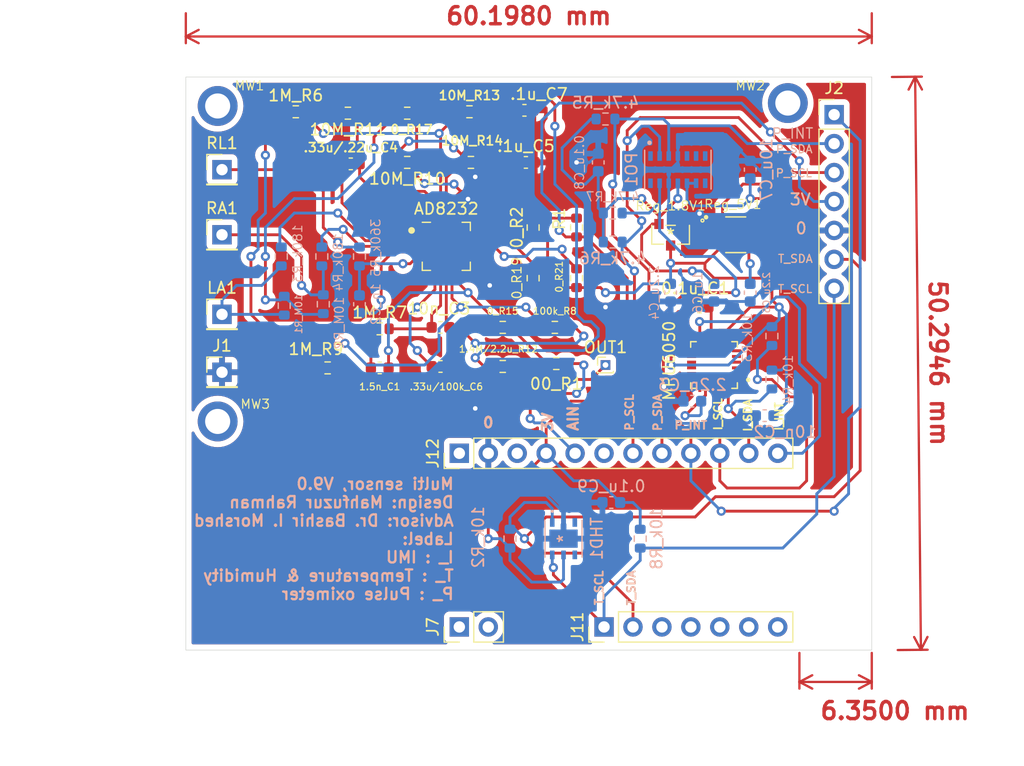
<source format=kicad_pcb>
(kicad_pcb (version 20211014) (generator pcbnew)
  (layers (0 "F.Cu" signal "Top") (31 "B.Cu" signal "Bottom") (34 "B.Paste" user) (35 "F.Paste" user) (36 "B.SilkS" user "B.Silkscreen") (37 "F.SilkS" user "F.Silkscreen") (38 "B.Mask" user) (39 "F.Mask" user) (44 "Edge.Cuts" user))
  (net 0 "")
  (net 1 "/FR")
  (net 2 "0")
  (net 3 "/SDN")
  (net 4 "/q20")
  (net 5 "/q6")
  (net 6 "/SIGNAL_OUT")
  (net 7 "/Out")
  (net 8 "/q14")
  (net 9 "/q4")
  (net 10 "/q5")
  (net 11 "/q1")
  (net 12 "/q18")
  (net 13 "/LA")
  (net 14 "/RA")
  (net 15 "/q2")
  (net 16 "/q3")
  (net 17 "/q19")
  (net 18 "/RL")
  (net 19 "/REFOUT")
  (net 20 "/q7")
  (net 21 "/q9")
  (net 22 "/Vdd")
  (net 23 "Net-(0_R17-Pad2)")
  (net 24 "Net-(1.4M/2.2u_R12-Pad1)")
  (net 25 "Net-(1.5n_C1-Pad2)")
  (net 26 "/3V")
  (net 29 "/P0.04")
  (net 30 "Net-(0.1u_C1-Pad1)")
  (net 31 "Net-(2.2n_C3-Pad1)")
  (net 38 "unconnected-(J12-Pad3)")
  (net 40 "/5V")
  (net 41 "/1.8V")
  (net 42 "/THD_SCL")
  (net 43 "/THD_SDA")
  (net 44 "/PO_SCL")
  (net 45 "/PO_SDA")
  (net 46 "/PO_INT")
  (net 47 "/IMU_SCL")
  (net 48 "/IMU_SDA")
  (net 49 "/IMU_INT")
  (net 59 "/q11")
  (net 60 "/q12")
  (footprint "Connector_PinHeader_2.54mm:PinHeader_1x12_P2.54mm_Vertical" (layer "F.Cu") (at 117.983 96.012 90)
    (fp_text reference "J12")
    (fp_text value "Conn_01x12")
  )
  (footprint "Connector_PinHeader_2.54mm:PinHeader_1x02_P2.54mm_Vertical" (layer "F.Cu") (at 117.983 111.252 90)
    (fp_text reference "J7")
    (fp_text value "Conn_01x02")
  )
  (footprint "Connector_PinHeader_2.54mm:PinHeader_1x07_P2.54mm_Vertical" (layer "F.Cu") (at 130.683 111.252 90)
    (fp_text reference "J11")
    (fp_text value "Conn_01x07-Connector_Generic")
  )
  (footprint "Capacitor_SMD:C_0603_1608Metric" (layer "F.Cu") (at 123.825 70.485)
    (fp_text reference ".1u_C5")
    (fp_text value "0.1uF")
  )
  (footprint "Capacitor_SMD:C_0603_1608Metric" (layer "F.Cu") (at 123.698 65.913)
    (fp_text reference ".1u_C7")
    (fp_text value "0.1uF")
  )
  (footprint "Capacitor_SMD:C_0603_1608Metric" (layer "F.Cu") (at 108.458 70.612)
    (fp_text reference ".33u/.22u_C4")
    (fp_text value "0.33uF/0.22uF")
  )
  (footprint "Capacitor_SMD:C_0603_1608Metric" (layer "F.Cu") (at 116.332 88.392)
    (fp_text reference ".33u/100k_C6")
    (fp_text value "0.33uF/100k")
  )
  (footprint "Resistor_SMD:R_0603_1608Metric" (layer "F.Cu") (at 124.46 76.2 90)
    (fp_text reference "0_R2")
    (fp_text value "0")
  )
  (footprint "Resistor_SMD:R_0603_1608Metric" (layer "F.Cu") (at 121.793 84.963)
    (fp_text reference "0_R15")
    (fp_text value "0")
  )
  (footprint "Resistor_SMD:R_0603_1608Metric" (layer "F.Cu") (at 113.411 66.167 180)
    (fp_text reference "0_R17")
    (fp_text value "0")
  )
  (footprint "Resistor_SMD:R_0603_1608Metric" (layer "F.Cu") (at 124.46 80.645 90)
    (fp_text reference "0_R19")
    (fp_text value "0")
  )
  (footprint "Resistor_SMD:R_0603_1608Metric" (layer "F.Cu") (at 128.27 80.645 -90)
    (fp_text reference "0_R21")
    (fp_text value "0")
  )
  (footprint "Resistor_SMD:R_0603_1608Metric" (layer "F.Cu") (at 121.793 88.392)
    (fp_text reference "1.4M/2.2u_R12")
    (fp_text value "1.4M/2.2uF")
  )
  (footprint "Capacitor_SMD:C_0603_1608Metric" (layer "F.Cu") (at 110.998 88.519 180)
    (fp_text reference "1.5n_C1")
    (fp_text value "1.5nF")
  )
  (footprint "Resistor_SMD:R_0603_1608Metric" (layer "F.Cu") (at 126.365 84.963)
    (fp_text reference "100k_R8")
    (fp_text value "100k")
  )
  (footprint "Resistor_SMD:R_0603_1608Metric" (layer "F.Cu") (at 113.411 70.485 180)
    (fp_text reference "10M_R10")
    (fp_text value "10M")
  )
  (footprint "Resistor_SMD:R_0603_1608Metric" (layer "F.Cu") (at 108.204 66.167 180)
    (fp_text reference "10M_R11")
    (fp_text value "10M")
  )
  (footprint "Resistor_SMD:R_0603_1608Metric" (layer "F.Cu") (at 118.872 66.04)
    (fp_text reference "10M_R13")
    (fp_text value "10M")
  )
  (footprint "Resistor_SMD:R_0603_1608Metric" (layer "F.Cu") (at 118.999 70.485 180)
    (fp_text reference "10M_R14")
    (fp_text value "10M")
  )
  (footprint "Capacitor_SMD:C_0603_1608Metric" (layer "F.Cu") (at 116.332 84.963 180)
    (fp_text reference "10n_C3")
    (fp_text value "10nF")
  )
  (footprint "Resistor_SMD:R_0603_1608Metric" (layer "F.Cu") (at 103.632 66.04)
    (fp_text reference "1M_R6")
    (fp_text value "1M")
  )
  (footprint "Resistor_SMD:R_0603_1608Metric" (layer "F.Cu") (at 110.998 85.09)
    (fp_text reference "1M_R7")
    (fp_text value "1M")
  )
  (footprint "Resistor_SMD:R_0603_1608Metric" (layer "F.Cu") (at 106.426 88.519 180)
    (fp_text reference "1M_R9")
    (fp_text value "1M")
  )
  (footprint "Resistor_SMD:R_0603_1608Metric" (layer "F.Cu") (at 126.492 88.138)
    (fp_text reference "00_R1")
    (fp_text value "0")
  )
  (footprint "Connector_PinHeader_2.54mm:PinHeader_1x01_P2.54mm_Vertical" (layer "F.Cu") (at 97.155 71.12)
    (fp_text reference "RL1")
    (fp_text value "Conn_01x01")
  )
  (footprint "Connector_PinHeader_2.54mm:PinHeader_1x01_P2.54mm_Vertical" (layer "F.Cu") (at 97.155 76.835)
    (fp_text reference "RA1")
    (fp_text value "Conn_01x01")
  )
  (footprint "Connector_PinHeader_2.54mm:PinHeader_1x01_P2.54mm_Vertical" (layer "F.Cu") (at 97.155 83.82)
    (fp_text reference "LA1")
    (fp_text value "Conn_01x01")
  )
  (footprint "Resistor_SMD:R_0603_1608Metric" (layer "F.Cu") (at 128.27 76.2 90)
    (fp_text reference "R1")
    (fp_text value "0")
  )
  (footprint "Connector_PinHeader_1.00mm:PinHeader_1x01_P1.00mm_Vertical" (layer "F.Cu") (at 130.81 88.265)
    (fp_text reference "OUT1")
    (fp_text value "OUT")
  )
  (footprint "Package_DFN_QFN:QFN-20-1EP_4x4mm_P0.5mm_EP2.5x2.5mm" (layer "F.Cu") (at 116.84 77.851)
    (fp_text reference "AD8232")
    (fp_text value "AD8232_AD8232ACPZ-R7")
  )
  (footprint "MPU-6050_V6:MPU-6050-400X400X95-24N" (layer "F.Cu") (at 140.335 88.265 180)
    (fp_text reference "MPU6050")
    (fp_text value "MPU-6050")
  )
  (footprint "Connector_PinHeader_2.54mm:PinHeader_1x07_P2.54mm_Vertical" (layer "F.Cu") (at 150.876 66.294)
    (fp_text reference "J2")
    (fp_text value "Conn_01x07")
  )
  (footprint "MountingHole:MountingHole_2.2mm_M2_ISO7380_Pad_TopBottom" (layer "F.Cu") (at 96.774 65.532)
    (fp_text reference "MW1")
    (fp_text value "MountingHole_2.2mm_M2_ISO7380_Pad_TopBottom")
  )
  (footprint "footprints:AP2120N-1.8TRG1" (layer "F.Cu") (at 136.525 76.835 180)
    (fp_text reference "Reg_1.8V1")
    (fp_text value "AP2120N-1.8TRG1")
  )
  (footprint "ADP7118AUJZ-5:ADP_5V_Reg" (layer "F.Cu") (at 142.24 76.835)
    (fp_text reference "Reg_5V1")
    (fp_text value "ADP7118AUJZ-5.0-R7")
  )
  (footprint "MountingHole:MountingHole_2.2mm_M2_ISO7380_Pad_TopBottom" (layer "F.Cu") (at 96.774 93.218)
    (fp_text reference "MW3")
    (fp_text value "MountingHole_2.2mm_M2_ISO7380_Pad_TopBottom")
  )
  (footprint "Capacitor_SMD:C_0603_1608Metric" (layer "F.Cu") (at 139.065 83.185 180)
    (fp_text reference "0.1u_C1")
    (fp_text value "0.1u")
  )
  (footprint "MountingHole:MountingHole_2.2mm_M2_ISO7380_Pad_TopBottom" (layer "F.Cu") (at 146.812 65.278)
    (fp_text reference "MW2")
    (fp_text value "MountingHole_2.2mm_M2_ISO7380_Pad_TopBottom")
  )
  (footprint "Connector_PinHeader_2.54mm:PinHeader_1x01_P2.54mm_Vertical" (layer "F.Cu") (at 97.155 88.9)
    (fp_text reference "J1")
    (fp_text value "Conn_01x01")
  )
  (footprint "Resistor_SMD:R_0603_1608Metric" (layer "B.Cu") (at 102.616 83.058 90)
    (fp_text reference "10M_R1")
    (fp_text value "10M")
  )
  (footprint "Resistor_SMD:R_0603_1608Metric" (layer "B.Cu") (at 106.045 82.931 -90)
    (fp_text reference "10M_R2")
    (fp_text value "10M")
  )
  (footprint "Resistor_SMD:R_0603_1608Metric" (layer "B.Cu") (at 102.362 78.74 90)
    (fp_text reference "180k_R3")
    (fp_text value "180k")
  )
  (footprint "Resistor_SMD:R_0603_1608Metric" (layer "B.Cu") (at 105.918 78.74 90)
    (fp_text reference "180k_R4")
    (fp_text value "180k")
  )
  (footprint "Capacitor_SMD:C_0603_1608Metric" (layer "B.Cu") (at 109.22 82.931 90)
    (fp_text reference "1n_C2")
    (fp_text value "1nF")
  )
  (footprint "Resistor_SMD:R_0603_1608Metric" (layer "B.Cu") (at 109.22 78.74 90)
    (fp_text reference "360k_R5")
    (fp_text value "360k")
  )
  (footprint "Resistor_SMD:R_0603_1608Metric" (layer "B.Cu") (at 145.415 89.535 90)
    (fp_text reference "10k_R4")
    (fp_text value "10k")
  )
  (footprint "Capacitor_SMD:C_0603_1608Metric" (layer "B.Cu") (at 143.51 71.12 90)
    (fp_text reference "10u_C7")
    (fp_text value "10u")
  )
  (footprint "Resistor_SMD:R_0603_1608Metric" (layer "B.Cu") (at 122.428 103.505 90)
    (fp_text reference "10k_R2")
    (fp_text value "10k")
  )
  (footprint "Si7021:SI7021-A20-GM1R" (layer "B.Cu") (at 127.127 103.505 -90)
    (fp_text reference "THD1")
    (fp_text value "SI7021-A20-GM1R")
  )
  (footprint "Resistor_SMD:R_0603_1608Metric" (layer "B.Cu") (at 133.858 103.505 90)
    (fp_text reference "10k_R8")
    (fp_text value "10k")
  )
  (footprint "Capacitor_SMD:C_0603_1608Metric" (layer "B.Cu") (at 136.525 81.915 -90)
    (fp_text reference "2.2u_C4")
    (fp_text value "2.2u")
  )
  (footprint "Resistor_SMD:R_0603_1608Metric" (layer "B.Cu") (at 145.415 85.725 90)
    (fp_text reference "10k_R3")
    (fp_text value "10k")
  )
  (footprint "Capacitor_SMD:C_0603_1608Metric" (layer "B.Cu") (at 130.175 70.485 -90)
    (fp_text reference "0.1u_C8")
    (fp_text value "0.1u")
  )
  (footprint "Resistor_SMD:R_0603_1608Metric" (layer "B.Cu") (at 131.445 74.93 180)
    (fp_text reference "4.7k_R7")
    (fp_text value "4.7k")
  )
  (footprint "Capacitor_SMD:C_0603_1608Metric" (layer "B.Cu") (at 144.78 92.71)
    (fp_text reference "10n_C2")
    (fp_text value "10n")
  )
  (footprint "Capacitor_SMD:C_0603_1608Metric" (layer "B.Cu") (at 140.335 81.915 -90)
    (fp_text reference "1u_C6")
    (fp_text value "1u")
  )
  (footprint "MAX30101EFD:PSON80P560X330X165-14N" (layer "B.Cu") (at 137.16 71.12 -90)
    (fp_text reference "PO1")
    (fp_text value "MAX30101EFD")
  )
  (footprint "Resistor_SMD:R_0603_1608Metric" (layer "B.Cu") (at 131.445 77.47)
    (fp_text reference "4.7k_R6")
    (fp_text value "4.7k")
  )
  (footprint "Capacitor_SMD:C_0603_1608Metric" (layer "B.Cu") (at 131.318 100.33 180)
    (fp_text reference "0.1u_C9")
    (fp_text value "0.1u")
  )
  (footprint "Capacitor_SMD:C_0603_1608Metric" (layer "B.Cu") (at 143.51 81.915 90)
    (fp_text reference "2.2u_C5")
    (fp_text value "2.2u")
  )
  (footprint "Resistor_SMD:R_0603_1608Metric" (layer "B.Cu") (at 130.81 66.675 180)
    (fp_text reference "4.7k_R5")
    (fp_text value "4.7k")
  )
  (footprint "Capacitor_SMD:C_0603_1608Metric" (layer "B.Cu") (at 138.43 91.44 180)
    (fp_text reference "2.2n_C3")
    (fp_text value "2.2n")
  )
  (gr_circle (center 113.792 76.454) (end 114.046 76.454) (layer "F.SilkS") (width 0.08) (fill solid))
  (gr_poly (pts (xy 154.178 113.284) (xy 93.98 113.284) (xy 93.98 62.992) (xy 154.178 62.992)) (layer "Edge.Cuts") (width 0.05) (fill none))
  (gr_text "T_SDA" (at 133.0706 107.823 90) (layer "B.SilkS") (effects (font (size 0.7 0.7))))
  (gr_text "P_SCL" (at 147.3454 71.4248) (layer "B.SilkS") (effects (font (size 0.7 0.7) (thickness 0.1))))
  (gr_text "P_SDA" (at 135.382 92.4306 90) (layer "B.SilkS") (effects (font (size 0.7 0.7))))
  (gr_text "3V" (at 147.9042 73.7362) (layer "B.SilkS") (effects (font (size 1 1))))
  (gr_text "0" (at 120.523 93.3196) (layer "B.SilkS") (effects (font (size 0.9 0.9) (thickness 0.2))))
  (gr_text "T_SDA" (at 147.4724 78.9432) (layer "B.SilkS") (effects (font (size 0.7 0.7) (thickness 0.1))))
  (gr_text "P_INT" (at 147.2184 67.945) (layer "B.SilkS") (effects (font (size 0.9 0.9) (thickness 0.12))))
  (gr_text "P_SCL" (at 132.9182 92.4306 90) (layer "B.SilkS") (effects (font (size 0.7 0.7))))
  (gr_text "Multi sensor, V9.0\nDesign: Mahfuzur Rahman\nAdvisor: Dr. Bashir I. Morshed\nLabel:\nI_ : IMU\nT_ : Temperature & Humidity\nP_ : Pulse oximeter" (at 117.602 103.5304) (layer "B.SilkS") (effects (font (size 1 1) (thickness 0.2)) (justify left mirror)))
  (gr_text "P_INT" (at 138.303 93.5482) (layer "B.SilkS") (effects (font (size 0.7 0.7))))
  (gr_text "0" (at 147.9804 76.2762) (layer "B.SilkS") (effects (font (size 1 1))))
  (gr_text "T_SCL" (at 147.447 81.5848) (layer "B.SilkS") (effects (font (size 0.7 0.7) (thickness 0.1))))
  (gr_text "P_SDA" (at 147.3708 69.3166) (layer "B.SilkS") (effects (font (size 0.7 0.7) (thickness 0.1))))
  (gr_text "AIN" (at 127.9652 92.9386 90) (layer "B.SilkS") (effects (font (size 0.9 0.9) (thickness 0.2))))
  (gr_text "T_SCL" (at 130.2512 107.823 90) (layer "B.SilkS") (effects (font (size 0.7 0.7))))
  (gr_text "3V" (at 125.73 93.2688 90) (layer "B.SilkS") (effects (font (size 0.9 0.9) (thickness 0.2))))
  (gr_text "AIN" (at 127.9652 92.9386 90) (layer "F.SilkS") (effects (font (size 0.9 0.9) (thickness 0.2))))
  (gr_text "P_SDA" (at 135.382 92.4306 90) (layer "F.SilkS") (effects (font (size 0.7 0.7))))
  (gr_text "I_INT" (at 146.05 92.7862 90) (layer "F.SilkS") (effects (font (size 0.7 0.7))))
  (gr_text "I_SDA" (at 143.3068 92.6846 90) (layer "F.SilkS") (effects (font (size 0.7 0.7))))
  (gr_text "I_SCL" (at 140.6906 92.583 90) (layer "F.SilkS") (effects (font (size 0.7 0.7))))
  (gr_text "P_SCL" (at 147.3454 71.4248) (layer "F.SilkS") (effects (font (size 0.7 0.7) (thickness 0.1))))
  (gr_text "T_SCL" (at 147.447 81.584396) (layer "F.SilkS") (effects (font (size 0.7 0.7) (thickness 0.1))))
  (gr_text "P_SDA" (at 147.3708 69.3166) (layer "F.SilkS") (effects (font (size 0.7 0.7) (thickness 0.1))))
  (gr_text "T_SDA" (at 147.4724 78.9432) (layer "F.SilkS") (effects (font (size 0.7 0.7) (thickness 0.1))))
  (gr_text "3V" (at 125.73 93.2688 90) (layer "F.SilkS") (effects (font (size 0.9 0.9) (thickness 0.2))))
  (gr_text "0" (at 120.523 93.3196) (layer "F.SilkS") (effects (font (size 0.9 0.9) (thickness 0.2))))
  (gr_text "P_INT" (at 138.303 93.5482) (layer "F.SilkS") (effects (font (size 0.7 0.7))))
  (gr_text "0" (at 147.9804 76.2762) (layer "F.SilkS") (effects (font (size 1 1))))
  (gr_text "P_SCL" (at 132.9182 92.4306 90) (layer "F.SilkS") (effects (font (size 0.7 0.7))))
  (gr_text "T_SDA" (at 133.0706 107.823 90) (layer "F.SilkS") (effects (font (size 0.7 0.7))))
  (gr_text "3V" (at 147.9042 73.7362) (layer "F.SilkS") (effects (font (size 1 1))))
  (gr_text "T_SCL" (at 130.2512 107.823 90) (layer "F.SilkS") (effects (font (size 0.7 0.7))))
  (dimension (type aligned) (layer "F.Cu") (pts (xy 155.448 62.992) (xy 155.956 113.284)) (height -2.537304) (gr_text "50.2946 mm" (at 160.039083 88.094191 270.5787256) (layer "F.Cu") (effects (font (size 1.5 1.5) (thickness 0.3)))) (format (units 3) (units_format 1) (precision 4)) (style (thickness 0.2) (arrow_length 1.27) (text_position_mode 0) (extension_height 0.58642) (extension_offset 0.5) keep_text_aligned))
  (dimension (type aligned) (layer "F.Cu") (pts (xy 93.98 56.896) (xy 154.178 56.896)) (height 2.54) (gr_text "60.1980 mm" (at 124.079 57.636) (layer "F.Cu") (effects (font (size 1.5 1.5) (thickness 0.3)))) (format (units 3) (units_format 1) (precision 4)) (style (thickness 0.2) (arrow_length 1.27) (text_position_mode 0) (extension_height 0.58642) (extension_offset 0.5) keep_text_aligned))
  (dimension (type aligned) (layer "F.Cu") (pts (xy 147.828 113.03) (xy 154.178 113.03)) (height 3.048) (gr_text "6.3500 mm" (at 156.21 118.618) (layer "F.Cu") (effects (font (size 1.5 1.5) (thickness 0.3)))) (format (units 3) (units_format 1) (precision 4)) (style (thickness 0.2) (arrow_length 1.27) (text_position_mode 2) (extension_height 0.58642) (extension_offset 0.5) keep_text_aligned))
  (segment (start 124.286 76.851) (end 124.46 77.025) (width 0.25) (layer "F.Cu") (net 1))
  (segment (start 118.7775 76.851) (end 124.286 76.851) (width 0.25) (layer "F.Cu") (net 1))
  (segment (start 137.549999 75.810001) (end 137.549999 75.890001) (width 0.25) (layer "F.Cu") (net 2))
  (segment (start 120.523 93.599) (end 119.38 92.456) (width 0.25) (layer "F.Cu") (net 2))
  (segment (start 120.523 96.012) (end 120.523 93.599) (width 0.25) (layer "F.Cu") (net 2))
  (segment (start 137.795 75.565) (end 137.549999 75.810001) (width 0.25) (layer "F.Cu") (net 2))
  (segment (start 135.89 85.09) (end 137.795 83.185) (width 0.25) (layer "F.Cu") (net 2))
  (segment (start 119.38 92.456) (end 119.38 92.075) (width 0.25) (layer "F.Cu") (net 2))
  (segment (start 125.73 83.185) (end 130.81 83.185) (width 0.25) (layer "F.Cu") (net 2))
  (segment (start 123.33 69.215) (end 124.6 70.485) (width 0.25) (layer "F.Cu") (net 2))
  (segment (start 138.365 89.515) (end 136.5869 89.515) (width 0.25) (layer "F.Cu") (net 2))
  (segment (start 100.965 88.9) (end 105.41 93.345) (width 0.25) (layer "F.Cu") (net 2))
  (segment (start 124.46 81.47) (end 124.847146 81.47) (width 0.25) (layer "F.Cu") (net 2))
  (segment (start 124.46 81.915) (end 125.73 83.185) (width 0.25) (layer "F.Cu") (net 2))
  (segment (start 119.824 70.485) (end 119.824 71.311) (width 0.25) (layer "F.Cu") (net 2))
  (segment (start 117.84 74.6069) (end 117.84 75.9135) (width 0.25) (layer "F.Cu") (net 2))
  (segment (start 120.65 81.28) (end 124.27 81.28) (width 0.25) (layer "F.Cu") (net 2))
  (segment (start 124.6 70.485) (end 128.27 70.485) (width 0.25) (layer "F.Cu") (net 2))
  (segment (start 124.27 81.28) (end 124.46 81.47) (width 0.25) (layer "F.Cu") (net 2))
  (segment (start 135.89 90.2119) (end 135.9319 90.17) (width 0.25) (layer "F.Cu") (net 2))
  (segment (start 119.824 71.311) (end 119.38 71.755) (width 0.25) (layer "F.Cu") (net 2))
  (segment (start 137.795 83.185) (end 138.29 83.185) (width 0.25) (layer "F.Cu") (net 2))
  (segment (start 135.89 90.1281) (end 135.9319 90.17) (width 0.25) (layer "F.Cu") (net 2))
  (segment (start 119.824 70.485) (end 119.824 70.041) (width 0.25) (layer "F.Cu") (net 2))
  (segment (start 138.4719 75.565) (end 137.795 75.565) (width 0.25) (layer "F.Cu") (net 2))
  (segment (start 139.7 76.835) (end 141.085 76.835) (width 0.25) (layer "F.Cu") (net 2))
  (segment (start 118.745 73.7019) (end 117.84 74.6069) (width 0.25) (layer "F.Cu") (net 2))
  (segment (start 135.89 85.09) (end 135.89 90.1281) (width 0.25) (layer "F.Cu") (net 2))
  (segment (start 117.84 76.851) (end 116.84 77.851) (width 0.25) (layer "F.Cu") (net 2))
  (segment (start 124.473 65.913) (end 124.473 70.358) (width 0.25) (layer "F.Cu") (net 2))
  (segment (start 120.65 69.215) (end 123.33 69.215) (width 0.25) (layer "F.Cu") (net 2))
  (segment (start 136.5869 89.515) (end 135.9319 90.17) (width 0.25) (layer "F.Cu") (net 2))
  (segment (start 119.824 70.041) (end 120.65 69.215) (width 0.25) (layer "F.Cu") (net 2))
  (segment (start 139.065 76.2) (end 139.7 76.835) (width 0.25) (layer "F.Cu") (net 2))
  (segment (start 139.065 74.9719) (end 139.065 76.2) (width 0.25) (layer "F.Cu") (net 2))
  (segment (start 139.065 74.9719) (end 138.4719 75.565) (width 0.25) (layer "F.Cu") (net 2))
  (segment (start 124.473 70.358) (end 124.6 70.485) (width 0.25) (layer "F.Cu") (net 2))
  (segment (start 117.84 75.9135) (end 117.84 76.851) (width 0.25) (layer "F.Cu") (net 2))
  (segment (start 124.46 81.47) (end 124.46 81.915) (width 0.25) (layer "F.Cu") (net 2))
  (segment (start 97.155 88.9) (end 100.965 88.9) (width 0.25) (layer "F.Cu") (net 2))
  (segment (start 118.11 93.345) (end 119.38 92.075) (width 0.25) (layer "F.Cu") (net 2))
  (segment (start 105.41 93.345) (end 118.11 93.345) (width 0.25) (layer "F.Cu") (net 2))
  (via (at 139.065 74.9719) (size 0.8) (drill 0.4) (layers "F.Cu" "B.Cu") (net 2))
  (via (at 118.745 73.7019) (size 0.8) (drill 0.4) (layers "F.Cu" "B.Cu") (net 2))
  (via (at 119.38 71.755) (size 0.8) (drill 0.4) (layers "F.Cu" "B.Cu") (net 2))
  (via (at 130.81 83.185) (size 0.8) (drill 0.4) (layers "F.Cu" "B.Cu") (net 2))
  (via (at 119.38 92.075) (size 0.8) (drill 0.4) (layers "F.Cu" "B.Cu") (net 2))
  (via (at 128.27 70.485) (size 0.8) (drill 0.4) (layers "F.Cu" "B.Cu") (net 2))
  (via (at 120.65 81.28) (size 0.8) (drill 0.4) (layers "F.Cu" "B.Cu") (net 2))
  (via (at 135.9319 90.17) (size 0.8) (drill 0.4) (layers "F.Cu" "B.Cu") (net 2))
  (segment (start 120.015 80.645) (end 120.65 81.28) (width 0.25) (layer "B.Cu") (net 2))
  (segment (start 150.876 76.454) (end 149.352 76.454) (width 0.25) (layer "B.Cu") (net 2))
  (segment (start 136.525 74.295) (end 137.2019 74.9719) (width 0.25) (layer "B.Cu") (net 2))
  (segment (start 143.37 93.345) (end 140.97 93.345) (width 0.25) (layer "B.Cu") (net 2))
  (segment (start 140.97 93.345) (end 140.9276 93.3874) (width 0.25) (layer "B.Cu") (net 2))
  (segment (start 147.32 73.406) (end 145.529 71.615) (width 0.25) (layer "B.Cu") (net 2))
  (segment (start 136.36 74.13) (end 136.525 74.295) (width 0.25) (layer "B.Cu") (net 2))
  (segment (start 135.9319 90.17) (end 133.35 90.17) (width 0.25) (layer "B.Cu") (net 2))
  (segment (start 133.35 84.455) (end 133.35 90.17) (width 0.25) (layer "B.Cu") (net 2))
  (segment (start 135.89 83.82) (end 136.525 83.185) (width 0.25) (layer "B.Cu") (net 2))
  (segment (start 137.16 70.485) (end 137.16 69.925) (width 0.25) (layer "B.Cu") (net 2))
  (segment (start 133.35 84.455) (end 133.985 83.82) (width 0.25) (layer "B.Cu") (net 2))
  (segment (start 137.2019 74.9719) (end 139.065 74.9719) (width 0.25) (layer "B.Cu") (net 2))
  (segment (start 137.795 67.945) (end 141.11 67.945) (width 0.25) (layer "B.Cu") (net 2))
  (segment (start 145.529 71.615) (end 144.78 71.615) (width 0.25) (layer "B.Cu") (net 2))
  (segment (start 131.445 92.075) (end 119.38 92.075) (width 0.25) (layer "B.Cu") (net 2))
  (segment (start 136.36 72.315) (end 136.36 71.285) (width 0.25) (layer "B.Cu") (net 2))
  (segment (start 127.127 101.219) (end 125.603 99.695) (width 0.25) (layer "B.Cu") (net 2))
  (segment (start 144.78 81.42) (end 143.51 82.69) (width 0.25) (layer "B.Cu") (net 2))
  (segment (start 135.9319 91.804889) (end 135.9319 90.17) (width 0.25) (layer "B.Cu") (net 2))
  (segment (start 120.523 97.79) (end 120.523 96.012) (width 0.25) (layer "B.Cu") (net 2))
  (segment (start 143.51 70.345) (end 144.78 71.615) (width 0.25) (layer "B.Cu") (net 2))
  (segment (start 128.016 100.33) (end 127.127 101.219) (width 0.25) (layer "B.Cu") (net 2))
  (segment (start 119.38 71.755) (end 119.38 73.0669) (width 0.25) (layer "B.Cu") (net 2))
  (segment (start 132.08 83.185) (end 133.35 84.455) (width 0.25) (layer "B.Cu") (net 2))
  (segment (start 133.35 90.17) (end 131.445 92.075) (width 0.25) (layer "B.Cu") (net 2))
  (segment (start 149.352 76.454) (end 147.32 74.422) (width 0.25) (layer "B.Cu") (net 2))
  (segment (start 140.335 82.69) (end 143.51 82.69) (width 0.25) (layer "B.Cu") (net 2))
  (segment (start 118.745 73.7019) (end 120.015 74.9719) (width 0.25) (layer "B.Cu") (net 2))
  (segment (start 144.005 92.71) (end 143.37 93.345) (width 0.25) (layer "B.Cu") (net 2))
  (segment (start 137.514411 93.3874) (end 135.9319 91.804889) (width 0.25) (layer "B.Cu") (net 2))
  (segment (start 136.525 83.185) (end 136.525 82.69) (width 0.25) (layer "B.Cu") (net 2))
  (segment (start 120.015 74.9719) (end 120.015 76.2) (width 0.25) (layer "B.Cu") (net 2))
  (segment (start 147.32 74.422) (end 147.32 73.406) (width 0.25) (layer "B.Cu") (net 2))
  (segment (start 137.16 68.58) (end 137.795 67.945) (width 0.25) (layer "B.Cu") (net 2))
  (segment (start 140.9276 93.3874) (end 137.514411 93.3874) (width 0.25) (layer "B.Cu") (net 2))
  (segment (start 130.543 100.33) (end 128.016 100.33) (width 0.25) (layer "B.Cu") (net 2))
  (segment (start 137.655 91.44) (end 137.2019 91.44) (width 0.25) (layer "B.Cu") (net 2))
  (segment (start 144.78 71.615) (end 144.78 81.42) (width 0.25) (layer "B.Cu") (net 2))
  (segment (start 122.428 99.695) (end 120.523 97.79) (width 0.25) (layer "B.Cu") (net 2))
  (segment (start 127.127 102.0826) (end 127.127 103.505) (width 0.25) (layer "B.Cu") (net 2))
  (segment (start 137.2019 91.44) (end 135.9319 90.17) (width 0.25) (layer "B.Cu") (net 2))
  (segment (start 119.38 73.0669) (end 118.745 73.7019) (width 0.25) (layer "B.Cu") (net 2))
  (segment (start 125.603 99.695) (end 122.428 99.695) (width 0.25) (layer "B.Cu") (net 2))
  (segment (start 130.81 83.185) (end 132.08 83.185) (width 0.25) (layer "B.Cu") (net 2))
  (segment (start 127.127 102.0826) (end 127.127 101.219) (width 0.25) (layer "B.Cu") (net 2))
  (segment (start 136.36 71.285) (end 137.16 70.485) (width 0.25) (layer "B.Cu") (net 2))
  (segment (start 137.16 69.925) (end 137.16 68.58) (width 0.25) (layer "B.Cu") (net 2))
  (segment (start 128.27 70.485) (end 129.4 70.485) (width 0.25) (layer "B.Cu") (net 2))
  (segment (start 136.525 82.69) (end 140.335 82.69) (width 0.25) (layer "B.Cu") (net 2))
  (segment (start 120.015 76.2) (end 120.015 80.645) (width 0.25) (layer "B.Cu") (net 2))
  (segment (start 136.36 72.315) (end 136.36 74.13) (width 0.25) (layer "B.Cu") (net 2))
  (segment (start 129.4 70.485) (end 130.175 69.71) (width 0.25) (layer "B.Cu") (net 2))
  (segment (start 133.985 83.82) (end 135.89 83.82) (width 0.25) (layer "B.Cu") (net 2))
  (segment (start 141.11 67.945) (end 143.51 70.345) (width 0.25) (layer "B.Cu") (net 2))
  (segment (start 127 78.55) (end 128.27 79.82) (width 0.25) (layer "F.Cu") (net 3))
  (segment (start 127 78.105) (end 127 78.55) (width 0.25) (layer "F.Cu") (net 3))
  (segment (start 118.7775 77.851) (end 121.031 77.851) (width 0.25) (layer "F.Cu") (net 3))
  (segment (start 121.031 77.851) (end 121.92 78.74) (width 0.25) (layer "F.Cu") (net 3))
  (via (at 127 78.105) (size 0.8) (drill 0.4) (layers "F.Cu" "B.Cu") (net 3))
  (via (at 121.92 78.74) (size 0.8) (drill 0.4) (layers "F.Cu" "B.Cu") (net 3))
  (segment (start 124.46 78.105) (end 127 78.105) (width 0.25) (layer "B.Cu") (net 3))
  (segment (start 121.92 78.74) (end 123.825 78.74) (width 0.25) (layer "B.Cu") (net 3))
  (segment (start 123.825 78.74) (end 124.46 78.105) (width 0.25) (layer "B.Cu") (net 3))
  (segment (start 110.49 73.025) (end 109.233 71.768) (width 0.25) (layer "F.Cu") (net 4))
  (segment (start 114.935 73.025) (end 110.49 73.025) (width 0.25) (layer "F.Cu") (net 4))
  (segment (start 109.029 66.167) (end 109.029 70.408) (width 0.25) (layer "F.Cu") (net 4))
  (segment (start 109.233 71.768) (end 109.233 70.612) (width 0.25) (layer "F.Cu") (net 4))
  (segment (start 115.84 75.9135) (end 115.84 73.93) (width 0.25) (layer "F.Cu") (net 4))
  (segment (start 115.84 73.93) (end 114.935 73.025) (width 0.25) (layer "F.Cu") (net 4))
  (segment (start 109.029 70.408) (end 109.233 70.612) (width 0.25) (layer "F.Cu") (net 4))
  (segment (start 115.557 88.392) (end 117.335 90.17) (width 0.25) (layer "F.Cu") (net 5))
  (segment (start 115.84 81.645) (end 114.3 83.185) (width 0.25) (layer "F.Cu") (net 5))
  (segment (start 114.3 87.135) (end 115.557 88.392) (width 0.25) (layer "F.Cu") (net 5))
  (segment (start 117.335 90.17) (end 121.285 90.17) (width 0.25) (layer "F.Cu") (net 5))
  (segment (start 114.3 86.995) (end 114.3 87.135) (width 0.25) (layer "F.Cu") (net 5))
  (segment (start 115.84 79.7885) (end 115.84 81.645) (width 0.25) (layer "F.Cu") (net 5))
  (segment (start 121.285 90.17) (end 122.618 88.837) (width 0.25) (layer "F.Cu") (net 5))
  (segment (start 122.618 88.837) (end 122.618 88.392) (width 0.25) (layer "F.Cu") (net 5))
  (via (at 114.3 83.185) (size 0.8) (drill 0.4) (layers "F.Cu" "B.Cu") (net 5))
  (via (at 114.3 86.995) (size 0.8) (drill 0.4) (layers "F.Cu" "B.Cu") (net 5))
  (segment (start 113.665 86.36) (end 114.3 86.995) (width 0.25) (layer "B.Cu") (net 5))
  (segment (start 114.3 83.185) (end 113.665 83.82) (width 0.25) (layer "B.Cu") (net 5))
  (segment (start 113.665 83.82) (end 113.665 86.36) (width 0.25) (layer "B.Cu") (net 5))
  (segment (start 107.95 90.17) (end 110.49 90.17) (width 0.25) (layer "F.Cu") (net 6))
  (segment (start 111.773 88.519) (end 111.773 87.008) (width 0.25) (layer "F.Cu") (net 6))
  (segment (start 120.968 84.138) (end 120.968 84.963) (width 0.25) (layer "F.Cu") (net 6))
  (segment (start 118.745 81.915) (end 120.968 84.138) (width 0.25) (layer "F.Cu") (net 6))
  (segment (start 107.251 89.471) (end 107.95 90.17) (width 0.25) (layer "F.Cu") (net 6))
  (segment (start 117.84 81.01) (end 118.745 81.915) (width 0.25) (layer "F.Cu") (net 6))
  (segment (start 117.84 79.7885) (end 117.84 81.01) (width 0.25) (layer "F.Cu") (net 6))
  (segment (start 111.773 87.008) (end 111.76 86.995) (width 0.25) (layer "F.Cu") (net 6))
  (segment (start 107.251 88.519) (end 107.251 89.471) (width 0.25) (layer "F.Cu") (net 6))
  (segment (start 110.49 90.17) (end 111.773 88.887) (width 0.25) (layer "F.Cu") (net 6))
  (segment (start 111.773 88.887) (end 111.773 88.519) (width 0.25) (layer "F.Cu") (net 6))
  (via (at 118.745 81.915) (size 0.8) (drill 0.4) (layers "F.Cu" "B.Cu") (net 6))
  (via (at 111.76 86.995) (size 0.8) (drill 0.4) (layers "F.Cu" "B.Cu") (net 6))
  (segment (start 111.76 86.995) (end 111.76 83.82) (width 0.25) (layer "B.Cu") (net 6))
  (segment (start 113.665 81.915) (end 118.745 81.915) (width 0.25) (layer "B.Cu") (net 6))
  (segment (start 111.76 83.82) (end 113.665 81.915) (width 0.25) (layer "B.Cu") (net 6))
  (segment (start 122.618 84.963) (end 122.618 85.089) (width 0.25) (layer "F.Cu") (net 7))
  (segment (start 129.54 89.535) (end 130.81 88.265) (width 0.25) (layer "F.Cu") (net 7))
  (segment (start 122.618 85.089) (end 125.667 88.138) (width 0.25) (layer "F.Cu") (net 7))
  (segment (start 127.064 89.535) (end 129.54 89.535) (width 0.25) (layer "F.Cu") (net 7))
  (segment (start 125.667 88.138) (end 127.064 89.535) (width 0.25) (layer "F.Cu") (net 7))
  (segment (start 122.436 77.351) (end 124.46 79.375) (width 0.25) (layer "F.Cu") (net 8))
  (segment (start 118.7775 77.351) (end 122.436 77.351) (width 0.25) (layer "F.Cu") (net 8))
  (segment (start 124.46 79.375) (end 124.46 79.82) (width 0.25) (layer "F.Cu") (net 8))
  (segment (start 114.9025 78.351) (end 112.149 78.351) (width 0.25) (layer "F.Cu") (net 9))
  (segment (start 111.76 78.74) (end 111.125 79.375) (width 0.25) (layer "F.Cu") (net 9))
  (segment (start 111.125 79.375) (end 111.125 80.01) (width 0.25) (layer "F.Cu") (net 9))
  (segment (start 112.149 78.351) (end 111.76 78.74) (width 0.25) (layer "F.Cu") (net 9))
  (segment (start 111.125 80.01) (end 111.125 82.55) (width 0.25) (layer "F.Cu") (net 9))
  (via (at 111.125 82.55) (size 0.8) (drill 0.4) (layers "F.Cu" "B.Cu") (net 9))
  (segment (start 110.604 83.706) (end 109.22 83.706) (width 0.25) (layer "B.Cu") (net 9))
  (segment (start 111.125 83.185) (end 110.604 83.706) (width 0.25) (layer "B.Cu") (net 9))
  (segment (start 111.125 82.55) (end 111.125 83.185) (width 0.25) (layer "B.Cu") (net 9))
  (segment (start 113.665 79.375) (end 113.03 79.375) (width 0.25) (layer "F.Cu") (net 10))
  (segment (start 114.9025 78.851) (end 114.189 78.851) (width 0.25) (layer "F.Cu") (net 10))
  (segment (start 114.189 78.851) (end 113.665 79.375) (width 0.25) (layer "F.Cu") (net 10))
  (via (at 113.03 79.375) (size 0.8) (drill 0.4) (layers "F.Cu" "B.Cu") (net 10))
  (segment (start 113.03 79.375) (end 109.41 79.375) (width 0.25) (layer "B.Cu") (net 10))
  (segment (start 109.22 79.565) (end 109.22 82.156) (width 0.25) (layer "B.Cu") (net 10))
  (segment (start 109.41 79.375) (end 109.22 79.565) (width 0.25) (layer "B.Cu") (net 10))
  (segment (start 110.506 76.851) (end 107.683 74.028) (width 0.25) (layer "F.Cu") (net 11))
  (segment (start 114.9025 76.851) (end 110.506 76.851) (width 0.25) (layer "F.Cu") (net 11))
  (segment (start 107.683 74.028) (end 107.683 70.612) (width 0.25) (layer "F.Cu") (net 11))
  (segment (start 121.92 68.58) (end 119.38 68.58) (width 0.25) (layer "F.Cu") (net 12))
  (segment (start 118.174 69.786) (end 117.603 69.215) (width 0.25) (layer "F.Cu") (net 12))
  (segment (start 112.586 69.595) (end 113.5591 68.6219) (width 0.25) (layer "F.Cu") (net 12))
  (segment (start 122.923 67.577) (end 121.92 68.58) (width 0.25) (layer "F.Cu") (net 12))
  (segment (start 117.603 69.215) (end 117.475 69.215) (width 0.25) (layer "F.Cu") (net 12))
  (segment (start 122.923 65.913) (end 122.923 67.577) (width 0.25) (layer "F.Cu") (net 12))
  (segment (start 112.586 70.485) (end 112.586 69.595) (width 0.25) (layer "F.Cu") (net 12))
  (segment (start 119.38 68.58) (end 118.174 69.786) (width 0.25) (layer "F.Cu") (net 12))
  (segment (start 116.84 71.819) (end 118.174 70.485) (width 0.25) (layer "F.Cu") (net 12))
  (segment (start 118.174 69.786) (end 118.174 70.485) (width 0.25) (layer "F.Cu") (net 12))
  (segment (start 116.84 75.9135) (end 116.84 71.819) (width 0.25) (layer "F.Cu") (net 12))
  (via (at 113.5591 68.6219) (size 0.8) (drill 0.4) (layers "F.Cu" "B.Cu") (net 12))
  (via (at 117.475 69.215) (size 0.8) (drill 0.4) (layers "F.Cu" "B.Cu") (net 12))
  (segment (start 113.5596 68.6224) (end 113.5591 68.6219) (width 0.25) (layer "B.Cu") (net 12))
  (segment (start 116.205 68.6224) (end 113.5596 68.6224) (width 0.25) (layer "B.Cu") (net 12))
  (segment (start 116.8824 68.6224) (end 116.205 68.6224) (width 0.25) (layer "B.Cu") (net 12))
  (segment (start 117.475 69.215) (end 116.8824 68.6224) (width 0.25) (layer "B.Cu") (net 12))
  (segment (start 98.425 81.28) (end 97.155 82.55) (width 0.25) (layer "B.Cu") (net 13))
  (segment (start 102.553 83.82) (end 97.155 83.82) (width 0.25) (layer "B.Cu") (net 13))
  (segment (start 98.425 81.28) (end 100.647 81.28) (width 0.25) (layer "B.Cu") (net 13))
  (segment (start 100.647 81.28) (end 102.362 79.565) (width 0.25) (layer "B.Cu") (net 13))
  (segment (start 97.155 82.55) (end 97.155 83.82) (width 0.25) (layer "B.Cu") (net 13))
  (segment (start 102.616 83.883) (end 102.553 83.82) (width 0.25) (layer "B.Cu") (net 13))
  (segment (start 104.14 78.74) (end 102.235 76.835) (width 0.25) (layer "F.Cu") (net 14))
  (segment (start 102.235 76.835) (end 97.155 76.835) (width 0.25) (layer "F.Cu") (net 14))
  (segment (start 104.14 81.28) (end 104.14 78.74) (width 0.25) (layer "F.Cu") (net 14))
  (via (at 104.14 81.28) (size 0.8) (drill 0.4) (layers "F.Cu" "B.Cu") (net 14))
  (segment (start 104.966 82.106) (end 104.14 81.28) (width 0.25) (layer "B.Cu") (net 14))
  (segment (start 106.045 79.692) (end 105.918 79.565) (width 0.25) (layer "B.Cu") (net 14))
  (segment (start 106.045 82.106) (end 106.045 79.692) (width 0.25) (layer "B.Cu") (net 14))
  (segment (start 106.045 82.106) (end 104.966 82.106) (width 0.25) (layer "B.Cu") (net 14))
  (segment (start 114.9025 77.351) (end 109.736 77.351) (width 0.25) (layer "F.Cu") (net 15))
  (segment (start 109.736 77.351) (end 107.315 74.93) (width 0.25) (layer "F.Cu") (net 15))
  (via (at 107.315 74.93) (size 0.8) (drill 0.4) (layers "F.Cu" "B.Cu") (net 15))
  (segment (start 102.235 76.2) (end 102.235 77.788) (width 0.25) (layer "B.Cu") (net 15))
  (segment (start 107.315 74.93) (end 103.505 74.93) (width 0.25) (layer "B.Cu") (net 15))
  (segment (start 103.505 74.93) (end 102.235 76.2) (width 0.25) (layer "B.Cu") (net 15))
  (segment (start 102.235 77.788) (end 102.362 77.915) (width 0.25) (layer "B.Cu") (net 15))
  (segment (start 114.9025 77.851) (end 109.278718 77.851) (width 0.25) (layer "F.Cu") (net 16))
  (segment (start 109.278718 77.851) (end 107.788859 76.361141) (width 0.25) (layer "F.Cu") (net 16))
  (via (at 107.788859 76.361141) (size 0.8) (drill 0.4) (layers "F.Cu" "B.Cu") (net 16))
  (segment (start 105.918 76.962) (end 105.918 77.915) (width 0.25) (layer "B.Cu") (net 16))
  (segment (start 107.788859 76.361141) (end 106.518859 76.361141) (width 0.25) (layer "B.Cu") (net 16))
  (segment (start 106.518859 76.361141) (end 105.918 76.962) (width 0.25) (layer "B.Cu") (net 16))
  (segment (start 104.457 66.357) (end 106.045 67.945) (width 0.25) (layer "F.Cu") (net 17))
  (segment (start 116.205 67.945) (end 118.047 66.103) (width 0.25) (layer "F.Cu") (net 17))
  (segment (start 104.457 66.04) (end 104.457 66.357) (width 0.25) (layer "F.Cu") (net 17))
  (segment (start 116.34 68.08) (end 116.205 67.945) (width 0.25) (layer "F.Cu") (net 17))
  (segment (start 116.34 75.9135) (end 116.34 68.08) (width 0.25) (layer "F.Cu") (net 17))
  (segment (start 118.047 66.103) (end 118.047 66.04) (width 0.25) (layer "F.Cu") (net 17))
  (via (at 116.205 67.945) (size 0.8) (drill 0.4) (layers "F.Cu" "B.Cu") (net 17))
  (via (at 106.045 67.945) (size 0.8) (drill 0.4) (layers "F.Cu" "B.Cu") (net 17))
  (segment (start 106.045 67.945) (end 116.205 67.945) (width 0.25) (layer "B.Cu") (net 17))
  (segment (start 106.045 73.025) (end 106.045 76.2) (width 0.25) (layer "F.Cu") (net 18))
  (segment (start 97.155 71.12) (end 104.14 71.12) (width 0.25) (layer "F.Cu") (net 18))
  (segment (start 106.045 76.2) (end 107.315 77.47) (width 0.25) (layer "F.Cu") (net 18))
  (segment (start 104.14 71.12) (end 106.045 73.025) (width 0.25) (layer "F.Cu") (net 18))
  (via (at 107.315 77.47) (size 0.8) (drill 0.4) (layers "F.Cu" "B.Cu") (net 18))
  (segment (start 107.76 77.915) (end 107.315 77.47) (width 0.25) (layer "B.Cu") (net 18))
  (segment (start 109.22 77.915) (end 107.76 77.915) (width 0.25) (layer "B.Cu") (net 18))
  (segment (start 116.84 84.696) (end 117.107 84.963) (width 0.25) (layer "F.Cu") (net 19))
  (segment (start 127.19 84.963) (end 128.143 84.963) (width 0.25) (layer "F.Cu") (net 19))
  (segment (start 119.38 86.36) (end 117.983 84.963) (width 0.25) (layer "F.Cu") (net 19))
  (segment (start 116.84 79.7885) (end 116.84 84.696) (width 0.25) (layer "F.Cu") (net 19))
  (segment (start 117.107 84.963) (end 117.107 88.392) (width 0.25) (layer "F.Cu") (net 19))
  (segment (start 117.983 84.963) (end 117.107 84.963) (width 0.25) (layer "F.Cu") (net 19))
  (segment (start 128.143 84.963) (end 128.905 85.725) (width 0.25) (layer "F.Cu") (net 19))
  (via (at 119.38 86.36) (size 0.8) (drill 0.4) (layers "F.Cu" "B.Cu") (net 19))
  (via (at 128.905 85.725) (size 0.8) (drill 0.4) (layers "F.Cu" "B.Cu") (net 19))
  (segment (start 128.905 85.725) (end 128.27 86.36) (width 0.25) (layer "B.Cu") (net 19))
  (segment (start 128.27 86.36) (end 119.38 86.36) (width 0.25) (layer "B.Cu") (net 19))
  (segment (start 115.557 83.833) (end 115.557 84.963) (width 0.25) (layer "F.Cu") (net 20))
  (segment (start 115.43 85.09) (end 115.557 84.963) (width 0.25) (layer "F.Cu") (net 20))
  (segment (start 116.34 83.05) (end 115.557 83.833) (width 0.25) (layer "F.Cu") (net 20))
  (segment (start 116.34 79.7885) (end 116.34 83.05) (width 0.25) (layer "F.Cu") (net 20))
  (segment (start 111.823 85.09) (end 115.43 85.09) (width 0.25) (layer "F.Cu") (net 20))
  (segment (start 105.601 87.439) (end 105.601 88.519) (width 0.25) (layer "F.Cu") (net 21))
  (segment (start 117.34 82.415) (end 118.11 83.185) (width 0.25) (layer "F.Cu") (net 21))
  (segment (start 106.68 86.36) (end 105.601 87.439) (width 0.25) (layer "F.Cu") (net 21))
  (segment (start 117.34 79.7885) (end 117.34 82.415) (width 0.25) (layer "F.Cu") (net 21))
  (segment (start 107.95 86.36) (end 106.68 86.36) (width 0.25) (layer "F.Cu") (net 21))
  (segment (start 123.825 83.185) (end 123.825 83.248) (width 0.25) (layer "F.Cu") (net 21))
  (segment (start 123.825 83.248) (end 125.54 84.963) (width 0.25) (layer "F.Cu") (net 21))
  (via (at 107.95 86.36) (size 0.8) (drill 0.4) (layers "F.Cu" "B.Cu") (net 21))
  (via (at 123.825 83.185) (size 0.8) (drill 0.4) (layers "F.Cu" "B.Cu") (net 21))
  (via (at 118.11 83.185) (size 0.8) (drill 0.4) (layers "F.Cu" "B.Cu") (net 21))
  (segment (start 116.205 85.09) (end 116.205 86.36) (width 0.25) (layer "B.Cu") (net 21))
  (segment (start 114.935 88.265) (end 109.855 88.265) (width 0.25) (layer "B.Cu") (net 21))
  (segment (start 116.205 86.36) (end 116.205 86.995) (width 0.25) (layer "B.Cu") (net 21))
  (segment (start 109.855 88.265) (end 107.95 86.36) (width 0.25) (layer "B.Cu") (net 21))
  (segment (start 116.205 86.995) (end 114.935 88.265) (width 0.25) (layer "B.Cu") (net 21))
  (segment (start 118.11 83.185) (end 123.825 83.185) (width 0.25) (layer "B.Cu") (net 21))
  (segment (start 118.11 83.185) (end 116.205 85.09) (width 0.25) (layer "B.Cu") (net 21))
  (segment (start 140.585 86.295) (end 140.585 85.4242) (width 0.25) (layer "F.Cu") (net 22))
  (segment (start 117.5169 72.4319) (end 118.11 73.025) (width 0.25) (layer "F.Cu") (net 22))
  (segment (start 137.16 86.995) (end 137.18 87.015) (width 0.25) (layer "F.Cu") (net 22))
  (segment (start 145.415 82.55) (end 146.05 83.185) (width 0.25) (layer "F.Cu") (net 22))
  (segment (start 117.34 75.9135) (end 117.34 73.795) (width 0.25) (layer "F.Cu") (net 22))
  (segment (start 140.7922 85.217) (end 141.4272 85.217) (width 0.25) (layer "F.Cu") (net 22))
  (segment (start 123 75.375) (end 121.285 73.66) (width 0.25) (layer "F.Cu") (net 22))
  (segment (start 117.34 73.795) (end 118.11 73.025) (width 0.25) (layer "F.Cu") (net 22))
  (segment (start 144.78 72.39) (end 142.875 72.39) (width 0.25) (layer "F.Cu") (net 22))
  (segment (start 139.5374 79.8474) (end 140.335 80.645) (width 0.25) (layer "F.Cu") (net 22))
  (segment (start 136.5669 87.5881) (end 137.16 86.995) (width 0.25) (layer "F.Cu") (net 22))
  (segment (start 114.236 70.485) (end 114.236 71.6491) (width 0.25) (layer "F.Cu") (net 22))
  (segment (start 141.085 85.61) (end 141.4526 85.2424) (width 0.25) (layer "F.Cu") (net 22))
  (segment (start 117.5169 72.39) (end 117.5169 72.4319) (width 0.25) (layer "F.Cu") (net 22))
  (segment (start 140.585 85.4242) (end 140.7922 85.217) (width 0.25) (layer "F.Cu") (net 22))
  (segment (start 121.285 73.66) (end 121.285 73.025) (width 0.25) (layer "F.Cu") (net 22))
  (segment (start 124.46 75.375) (end 123 75.375) (width 0.25) (layer "F.Cu") (net 22))
  (segment (start 130.365 81.47) (end 130.81 81.915) (width 0.25) (layer "F.Cu") (net 22))
  (segment (start 118.11 73.025) (end 121.285 73.025) (width 0.25) (layer "F.Cu") (net 22))
  (segment (start 145.415 80.645) (end 145.415 82.55) (width 0.25) (layer "F.Cu") (net 22))
  (segment (start 141.4526 85.2424) (end 143.51 83.185) (width 0.25) (layer "F.Cu") (net 22))
  (segment (start 142.875 72.39) (end 141.085 74.18) (width 0.25) (layer "F.Cu") (net 22))
  (segment (start 127.19 81.47) (end 125.73 80.01) (width 0.25) (layer "F.Cu") (net 22))
  (segment (start 136.525 79.3331) (end 136.525 77.78) (width 0.25) (layer "F.Cu") (net 22))
  (segment (start 114.236 71.6491) (end 114.935 72.3481) (width 0.25) (layer "F.Cu") (net 22))
  (segment (start 146.05 80.01) (end 146.05 73.66) (width 0.25) (layer "F.Cu") (net 22))
  (segment (start 124.46 75.375) (end 128.27 75.375) (width 0.25) (layer "F.Cu") (net 22))
  (segment (start 136.5669 88.265) (end 136.5669 87.5881) (width 0.25) (layer "F.Cu") (net 22))
  (segment (start 136.5255 79.3326) (end 136.525 79.3331) (width 0.25) (layer "F.Cu") (net 22))
  (segment (start 128.27 81.47) (end 130.365 81.47) (width 0.25) (layer "F.Cu") (net 22))
  (segment (start 123.05 71.26) (end 123.05 70.485) (width 0.25) (layer "F.Cu") (net 22))
  (segment (start 139.5374 79.3326) (end 136.5255 79.3326) (width 0.25) (layer "F.Cu") (net 22))
  (segment (start 141.4272 85.217) (end 141.4526 85.2424) (width 0.25) (layer "F.Cu") (net 22))
  (segment (start 140.335 80.645) (end 145.415 80.645) (width 0.25) (layer "F.Cu") (net 22))
  (segment (start 141.085 86.295) (end 141.085 85.61) (width 0.25) (layer "F.Cu") (net 22))
  (segment (start 125.73 76.645) (end 124.46 75.375) (width 0.25) (layer "F.Cu") (net 22))
  (segment (start 125.73 80.01) (end 125.73 76.645) (width 0.25) (layer "F.Cu") (net 22))
  (segment (start 141.085 74.18) (end 141.085 75.885) (width 0.25) (layer "F.Cu") (net 22))
  (segment (start 145.415 80.645) (end 146.05 80.01) (width 0.25) (layer "F.Cu") (net 22))
  (segment (start 121.285 73.025) (end 123.05 71.26) (width 0.25) (layer "F.Cu") (net 22))
  (segment (start 114.236 66.167) (end 114.236 70.485) (width 0.25) (layer "F.Cu") (net 22))
  (segment (start 141.085 77.785) (end 139.5374 79.3326) (width 0.25) (layer "F.Cu") (net 22))
  (segment (start 128.27 81.47) (end 127.19 81.47) (width 0.25) (layer "F.Cu") (net 22))
  (segment (start 143.51 83.185) (end 146.05 83.185) (width 0.25) (layer "F.Cu") (net 22))
  (segment (start 139.5374 79.3326) (end 139.5374 79.8474) (width 0.25) (layer "F.Cu") (net 22))
  (segment (start 137.18 87.015) (end 138.365 87.015) (width 0.25) (layer "F.Cu") (net 22))
  (segment (start 146.05 73.66) (end 144.78 72.39) (width 0.25) (layer "F.Cu") (net 22))
  (via (at 130.81 81.915) (size 0.8) (drill 0.4) (layers "F.Cu" "B.Cu") (net 22))
  (via (at 136.525 79.3331) (size 0.8) (drill 0.4) (layers "F.Cu" "B.Cu") (net 22))
  (via (at 146.05 83.185) (size 0.8) (drill 0.4) (layers "F.Cu" "B.Cu") (net 22))
  (via (at 117.5169 72.39) (size 0.8) (drill 0.4) (layers "F.Cu" "B.Cu") (net 22))
  (via (at 136.5669 88.265) (size 0.8) (drill 0.4) (layers "F.Cu" "B.Cu") (net 22))
  (via (at 114.935 72.3481) (size 0.8) (drill 0.4) (layers "F.Cu" "B.Cu") (net 22))
  (segment (start 114.9769 72.39) (end 117.5169 72.39) (width 0.25) (layer "B.Cu") (net 22))
  (segment (start 141.605 88.265) (end 136.5669 88.265) (width 0.25) (layer "B.Cu") (net 22))
  (segment (start 146.685 88.265) (end 146.685 83.82) (width 0.25) (layer "B.Cu") (net 22))
  (segment (start 134.125 81.14) (end 136.525 81.14) (width 0.25) (layer "B.Cu") (net 22))
  (segment (start 145.555 92.71) (end 146.685 91.58) (width 0.25) (layer "B.Cu") (net 22))
  (segment (start 133.35 81.915) (end 134.125 81.14) (width 0.25) (layer "B.Cu") (net 22))
  (segment (start 114.935 72.3481) (end 114.9769 72.39) (width 0.25) (layer "B.Cu") (net 22))
  (segment (start 146.685 83.82) (end 146.05 83.185) (width 0.25) (layer "B.Cu") (net 22))
  (segment (start 144.97 84.9) (end 142.875 86.995) (width 0.25) (layer "B.Cu") (net 22))
  (segment (start 142.875 86.995) (end 141.605 88.265) (width 0.25) (layer "B.Cu") (net 22))
  (segment (start 146.05 84.265) (end 145.415 84.9) (width 0.25) (layer "B.Cu") (net 22))
  (segment (start 136.525 81.14) (end 136.525 79.3331) (width 0.25) (layer "B.Cu") (net 22))
  (segment (start 145.415 84.9) (end 144.97 84.9) (width 0.25) (layer "B.Cu") (net 22))
  (segment (start 146.05 83.185) (end 146.05 84.265) (width 0.25) (layer "B.Cu") (net 22))
  (segment (start 145.415 88.71) (end 146.24 88.71) (width 0.25) (layer "B.Cu") (net 22))
  (segment (start 130.81 81.915) (end 133.35 81.915) (width 0.25) (layer "B.Cu") (net 22))
  (segment (start 146.24 88.71) (end 146.685 88.265) (width 0.25) (layer "B.Cu") (net 22))
  (segment (start 146.685 91.58) (end 146.685 88.265) (width 0.25) (layer "B.Cu") (net 22))
  (segment (start 110.49 68.263) (end 110.49 69.215) (width 0.25) (layer "F.Cu") (net 23))
  (segment (start 112.586 66.167) (end 110.49 68.263) (width 0.25) (layer "F.Cu") (net 23))
  (segment (start 100.965 78.74) (end 100.965 82.55) (width 0.25) (layer "F.Cu") (net 23))
  (via (at 110.49 69.215) (size 0.8) (drill 0.4) (layers "F.Cu" "B.Cu") (net 23))
  (via (at 100.965 78.74) (size 0.8) (drill 0.4) (layers "F.Cu" "B.Cu") (net 23))
  (via (at 100.965 82.55) (size 0.8) (drill 0.4) (layers "F.Cu" "B.Cu") (net 23))
  (segment (start 110.49 70.485) (end 107.315 73.66) (width 0.25) (layer "B.Cu") (net 23))
  (segment (start 100.965 76.2) (end 100.965 78.74) (width 0.25) (layer "B.Cu") (net 23))
  (segment (start 105.981 83.82) (end 106.045 83.756) (width 0.25) (layer "B.Cu") (net 23))
  (segment (start 102.616 82.233) (end 104.203 83.82) (width 0.25) (layer "B.Cu") (net 23))
  (segment (start 103.505 73.66) (end 100.965 76.2) (width 0.25) (layer "B.Cu") (net 23))
  (segment (start 102.299 82.55) (end 102.616 82.233) (width 0.25) (layer "B.Cu") (net 23))
  (segment (start 104.203 83.82) (end 105.981 83.82) (width 0.25) (layer "B.Cu") (net 23))
  (segment (start 107.315 73.66) (end 103.505 73.66) (width 0.25) (layer "B.Cu") (net 23))
  (segment (start 110.49 69.215) (end 110.49 70.485) (width 0.25) (layer "B.Cu") (net 23))
  (segment (start 100.965 82.55) (end 102.299 82.55) (width 0.25) (layer "B.Cu") (net 23))
  (segment (start 120.142 88.392) (end 120.968 88.392) (width 0.25) (layer "F.Cu") (net 24))
  (segment (start 120.65 64.77) (end 121.285 64.135) (width 0.25) (layer "F.Cu") (net 24))
  (segment (start 119.697 65.722) (end 119.697 66.04) (width 0.25) (layer "F.Cu") (net 24))
  (segment (start 125.095 64.135) (end 125.73 64.77) (width 0.25) (layer "F.Cu") (net 24))
  (segment (start 118.745 64.77) (end 119.697 65.722) (width 0.25) (layer "F.Cu") (net 24))
  (segment (start 125.73 64.77) (end 126.365 65.405) (width 0.25) (layer "F.Cu") (net 24))
  (segment (start 107.379 66.167) (end 107.379 65.341) (width 0.25) (layer "F.Cu") (net 24))
  (segment (start 126.365 65.405) (end 126.365 67.31) (width 0.25) (layer "F.Cu") (net 24))
  (segment (start 119.697 65.723) (end 120.65 64.77) (width 0.25) (layer "F.Cu") (net 24))
  (segment (start 122.555 64.135) (end 125.095 64.135) (width 0.25) (layer "F.Cu") (net 24))
  (segment (start 107.379 65.341) (end 107.95 64.77) (width 0.25) (layer "F.Cu") (net 24))
  (segment (start 121.285 64.135) (end 122.555 64.135) (width 0.25) (layer "F.Cu") (net 24))
  (segment (start 119.38 87.63) (end 120.142 88.392) (width 0.25) (layer "F.Cu") (net 24))
  (segment (start 107.95 64.77) (end 118.745 64.77) (width 0.25) (layer "F.Cu") (net 24))
  (segment (start 119.697 66.04) (end 119.697 65.723) (width 0.25) (layer "F.Cu") (net 24))
  (via (at 119.38 87.63) (size 0.8) (drill 0.4) (layers "F.Cu" "B.Cu") (net 24))
  (via (at 126.365 67.31) (size 0.8) (drill 0.4) (layers "F.Cu" "B.Cu") (net 24))
  (segment (start 120.015 86.995) (end 119.38 87.63) (width 0.25) (layer "B.Cu") (net 24))
  (segment (start 126.365 67.31) (end 126.365 72.39) (width 0.25) (layer "B.Cu") (net 24))
  (segment (start 130.175 85.725) (end 129.54 86.36) (width 0.25) (layer "B.Cu") (net 24))
  (segment (start 129.54 86.36) (end 128.905 86.995) (width 0.25) (layer "B.Cu") (net 24))
  (segment (start 126.365 72.39) (end 128.27 74.295) (width 0.25) (layer "B.Cu") (net 24))
  (segment (start 129.54 84.455) (end 130.175 85.09) (width 0.25) (layer "B.Cu") (net 24))
  (segment (start 128.905 86.995) (end 120.015 86.995) (width 0.25) (layer "B.Cu") (net 24))
  (segment (start 128.905 84.455) (end 129.54 84.455) (width 0.25) (layer "B.Cu") (net 24))
  (segment (start 128.27 74.295) (end 128.27 83.82) (width 0.25) (layer "B.Cu") (net 24))
  (segment (start 130.175 85.09) (end 130.175 85.725) (width 0.25) (layer "B.Cu") (net 24))
  (segment (start 128.27 83.82) (end 128.905 84.455) (width 0.25) (layer "B.Cu") (net 24))
  (segment (start 102.807 66.04) (end 100.965 67.882) (width 0.25) (layer "F.Cu") (net 25))
  (segment (start 110.223 88.519) (end 110.223 85.14) (width 0.25) (layer "F.Cu") (net 25))
  (segment (start 110.223 85.14) (end 110.173 85.09) (width 0.25) (layer "F.Cu") (net 25))
  (segment (start 99.695 78.74) (end 99.695 83.82) (width 0.25) (layer "F.Cu") (net 25))
  (segment (start 100.965 85.09) (end 110.173 85.09) (width 0.25) (layer "F.Cu") (net 25))
  (segment (start 99.695 83.82) (end 100.965 85.09) (width 0.25) (layer "F.Cu") (net 25))
  (segment (start 100.965 67.882) (end 100.965 69.85) (width 0.25) (layer "F.Cu") (net 25))
  (via (at 100.965 69.85) (size 0.8) (drill 0.4) (layers "F.Cu" "B.Cu") (net 25))
  (via (at 99.695 78.74) (size 0.8) (drill 0.4) (layers "F.Cu" "B.Cu") (net 25))
  (segment (start 100.33 75.565) (end 100.33 78.105) (width 0.25) (layer "B.Cu") (net 25))
  (segment (start 100.33 78.105) (end 99.695 78.74) (width 0.25) (layer "B.Cu") (net 25))
  (segment (start 100.965 69.85) (end 100.965 74.295) (width 0.25) (layer "B.Cu") (net 25))
  (segment (start 100.965 74.93) (end 100.33 75.565) (width 0.25) (layer "B.Cu") (net 25))
  (segment (start 100.965 74.295) (end 100.965 74.93) (width 0.25) (layer "B.Cu") (net 25))
  (segment (start 132.715 80.645) (end 132.715 89.535) (width 0.25) (layer "F.Cu") (net 26))
  (segment (start 127.317 77.025) (end 126.746 76.454) (width 0.25) (layer "F.Cu") (net 26))
  (segment (start 130.81 91.44) (end 127.762 91.44) (width 0.25) (layer "F.Cu") (net 26))
  (segment (start 129.095 77.025) (end 132.715 80.645) (width 0.25) (layer "F.Cu") (net 26))
  (segment (start 125.603 96.012) (end 121.92 99.695) (width 0.25) (layer "F.Cu") (net 26))
  (segment (start 132.715 89.535) (end 130.81 91.44) (width 0.25) (layer "F.Cu") (net 26))
  (segment (start 121.158 99.695) (end 120.523 100.33) (width 0.25) (layer "F.Cu") (net 26))
  (segment (start 121.92 99.695) (end 121.158 99.695) (width 0.25) (layer "F.Cu") (net 26))
  (segment (start 128.27 77.025) (end 129.095 77.025) (width 0.25) (layer "F.Cu") (net 26))
  (segment (start 128.27 77.025) (end 127.317 77.025) (width 0.25) (layer "F.Cu") (net 26))
  (segment (start 145.288 67.818) (end 147.828 70.358) (width 0.25) (layer "F.Cu") (net 26))
  (segment (start 125.603 93.599) (end 125.603 96.012) (width 0.25) (layer "F.Cu") (net 26))
  (segment (start 127.762 91.44) (end 125.603 93.599) (width 0.25) (layer "F.Cu") (net 26))
  (segment (start 120.523 100.33) (end 120.523 103.505) (width 0.25) (layer "F.Cu") (net 26))
  (via (at 120.523 103.505) (size 0.8) (drill 0.4) (layers "F.Cu" "B.Cu") (net 26))
  (via (at 126.746 76.454) (size 0.8) (drill 0.4) (layers "F.Cu" "B.Cu") (net 26))
  (via (at 145.288 67.818) (size 0.8) (drill 0.4) (layers "F.Cu" "B.Cu") (net 26))
  (via (at 147.828 70.358) (size 0.8) (drill 0.4) (layers "F.Cu" "B.Cu") (net 26))
  (segment (start 122.428 105.41) (end 124.333 107.315) (width 0.25) (layer "B.Cu") (net 26))
  (segment (start 126.746 65.278) (end 128.27 65.278) (width 0.25) (layer "B.Cu") (net 26))
  (segment (start 147.828 70.358) (end 147.828 72.644) (width 0.25) (layer "B.Cu") (net 26))
  (segment (start 128.016 98.425) (end 125.603 96.012) (width 0.25) (layer "B.Cu") (net 26))
  (segment (start 125.222 68.072) (end 125.222 66.802) (width 0.25) (layer "B.Cu") (net 26))
  (segment (start 125.476 73.406) (end 125.222 73.152) (width 0.25) (layer "B.Cu") (net 26))
  (segment (start 125.73 66.294) (end 126.746 65.278) (width 0.25) (layer "B.Cu") (net 26))
  (segment (start 128.27 65.278) (end 142.748 65.278) (width 0.25) (layer "B.Cu") (net 26))
  (segment (start 124.333 107.315) (end 126.873 107.315) (width 0.25) (layer "B.Cu") (net 26))
  (segment (start 142.748 65.278) (end 145.288 67.818) (width 0.25) (layer "B.Cu") (net 26))
  (segment (start 122.428 104.33) (end 122.428 105.41) (width 0.25) (layer "B.Cu") (net 26))
  (segment (start 126.746 74.676) (end 125.476 73.406) (width 0.25) (layer "B.Cu") (net 26))
  (segment (start 133.858 100.965) (end 133.858 102.68) (width 0.25) (layer "B.Cu") (net 26))
  (segment (start 126.746 76.454) (end 126.746 74.676) (width 0.25) (layer "B.Cu") (net 26))
  (segment (start 132.093 100.33) (end 133.223 100.33) (width 0.25) (layer "B.Cu") (net 26))
  (segment (start 120.523 103.505) (end 121.603 103.505) (width 0.25) (layer "B.Cu") (net 26))
  (segment (start 147.828 72.644) (end 149.098 73.914) (width 0.25) (layer "B.Cu") (net 26))
  (segment (start 125.222 66.802) (end 125.73 66.294) (width 0.25) (layer "B.Cu") (net 26))
  (segment (start 126.873 107.315) (end 127.127 107.061) (width 0.25) (layer "B.Cu") (net 26))
  (segment (start 125.222 73.152) (end 125.222 68.072) (width 0.25) (layer "B.Cu") (net 26))
  (segment (start 130.188 98.425) (end 128.016 98.425) (width 0.25) (layer "B.Cu") (net 26))
  (segment (start 121.603 103.505) (end 122.428 104.33) (width 0.25) (layer "B.Cu") (net 26))
  (segment (start 149.098 73.914) (end 150.876 73.914) (width 0.25) (layer "B.Cu") (net 26))
  (segment (start 132.093 100.33) (end 130.188 98.425) (width 0.25) (layer "B.Cu") (net 26))
  (segment (start 133.223 100.33) (end 133.858 100.965) (width 0.25) (layer "B.Cu") (net 26))
  (segment (start 127.127 107.061) (end 127.127 104.9274) (width 0.25) (layer "B.Cu") (net 26))
  (segment (start 127.317 88.138) (end 128.778 88.138) (width 0.25) (layer "F.Cu") (net 29))
  (segment (start 124.206 91.694) (end 125.1369 90.7631) (width 0.25) (layer "F.Cu") (net 29))
  (segment (start 124.206 92.964) (end 124.206 91.694) (width 0.25) (layer "F.Cu") (net 29))
  (segment (start 128.778 88.138) (end 128.905 88.265) (width 0.25) (layer "F.Cu") (net 29))
  (segment (start 125.1369 90.7631) (end 128.27 90.7631) (width 0.25) (layer "F.Cu") (net 29))
  (via (at 128.905 88.265) (size 0.8) (drill 0.4) (layers "F.Cu" "B.Cu") (net 29))
  (via (at 124.206 92.964) (size 0.8) (drill 0.4) (layers "F.Cu" "B.Cu") (net 29))
  (via (at 128.27 90.7631) (size 0.8) (drill 0.4) (layers "F.Cu" "B.Cu") (net 29))
  (segment (start 125.476 93.345) (end 128.143 96.012) (width 0.25) (layer "B.Cu") (net 29))
  (segment (start 128.905 90.17) (end 128.27 90.805) (width 0.25) (layer "B.Cu") (net 29))
  (segment (start 124.587 93.345) (end 124.206 92.964) (width 0.25) (layer "B.Cu") (net 29))
  (segment (start 125.476 93.345) (end 124.587 93.345) (width 0.25) (layer "B.Cu") (net 29))
  (segment (start 128.905 88.265) (end 128.905 90.17) (width 0.25) (layer "B.Cu") (net 29))
  (segment (start 140.085 83.43) (end 139.84 83.185) (width 0.25) (layer "F.Cu") (net 30))
  (segment (start 140.085 86.295) (end 140.085 83.43) (width 0.25) (layer "F.Cu") (net 30))
  (segment (start 139.585 90.92) (end 137.795 92.71) (width 0.25) (layer "F.Cu") (net 31))
  (segment (start 139.585 90.235) (end 139.585 90.92) (width 0.25) (layer "F.Cu") (net 31))
  (via (at 137.795 92.71) (size 0.8) (drill 0.4) (layers "F.Cu" "B.Cu") (net 31))
  (segment (start 137.795 92.71) (end 139.065 92.71) (width 0.25) (layer "B.Cu") (net 31))
  (segment (start 139.065 92.71) (end 139.205 92.57) (width 0.25) (layer "B.Cu") (net 31))
  (segment (start 139.205 92.57) (end 139.205 91.44) (width 0.25) (layer "B.Cu") (net 31))
  (segment (start 123.19 96.012) (end 123.063 96.012) (width 0.25) (layer "F.Cu") (net 38))
  (segment (start 145.415 74.295) (end 145.415 74.93) (width 0.25) (layer "F.Cu") (net 40))
  (segment (start 144.78 73.66) (end 145.415 74.295) (width 0.25) (layer "F.Cu") (net 40))
  (segment (start 143.395 79.26) (end 143.51 79.375) (width 0.25) (layer "F.Cu") (net 40))
  (segment (start 143.395 77.785) (end 143.395 79.26) (width 0.25) (layer "F.Cu") (net 40))
  (segment (start 145.415 74.93) (end 144.46 75.885) (width 0.25) (layer "F.Cu") (net 40))
  (segment (start 145.415 76.835) (end 145.415 74.93) (width 0.25) (layer "F.Cu") (net 40))
  (segment (start 144.46 75.885) (end 143.395 75.885) (width 0.25) (layer "F.Cu") (net 40))
  (segment (start 143.51 73.66) (end 144.78 73.66) (width 0.25) (layer "F.Cu") (net 40))
  (segment (start 144.465 77.785) (end 145.415 76.835) (width 0.25) (layer "F.Cu") (net 40))
  (segment (start 143.395 77.785) (end 144.465 77.785) (width 0.25) (layer "F.Cu") (net 40))
  (via (at 143.51 79.375) (size 0.8) (drill 0.4) (layers "F.Cu" "B.Cu") (net 40))
  (via (at 143.51 73.66) (size 0.8) (drill 0.4) (layers "F.Cu" "B.Cu") (net 40))
  (segment (start 138.43 74.295) (end 142.875 74.295) (width 0.25) (layer "B.Cu") (net 40))
  (segment (start 137.96 73.825) (end 138.43 74.295) (width 0.25) (layer "B.Cu") (net 40))
  (segment (start 138.76 72.315) (end 137.96 72.315) (width 0.25) (layer "B.Cu") (net 40))
  (segment (start 142.875 74.295) (end 143.51 73.66) (width 0.25) (layer "B.Cu") (net 40))
  (segment (start 137.96 72.315) (end 137.96 73.825) (width 0.25) (layer "B.Cu") (net 40))
  (segment (start 143.51 79.375) (end 143.51 81.14) (width 0.25) (layer "B.Cu") (net 40))
  (segment (start 143.51 71.895) (end 143.51 73.66) (width 0.25) (layer "B.Cu") (net 40))
  (segment (start 135.500001 75.319999) (end 135.500001 75.890001) (width 0.25) (layer "F.Cu") (net 41))
  (segment (start 135.255 80.01) (end 138.43 80.01) (width 0.25) (layer "F.Cu") (net 41))
  (segment (start 134.929999 75.890001) (end 133.985 76.835) (width 0.25) (layer "F.Cu") (net 41))
  (segment (start 135.500001 75.175001) (end 133.985 73.66) (width 0.25) (layer "F.Cu") (net 41))
  (segment (start 135.500001 75.890001) (end 134.929999 75.890001) (width 0.25) (layer "F.Cu") (net 41))
  (segment (start 133.985 78.74) (end 135.255 80.01) (width 0.25) (layer "F.Cu") (net 41))
  (segment (start 133.985 76.835) (end 133.985 78.74) (width 0.25) (layer "F.Cu") (net 41))
  (segment (start 135.500001 75.319999) (end 135.500001 75.175001) (width 0.25) (layer "F.Cu") (net 41))
  (segment (start 137.16 73.66) (end 135.500001 75.319999) (width 0.25) (layer "F.Cu") (net 41))
  (via (at 133.985 73.66) (size 0.8) (drill 0.4) (layers "F.Cu" "B.Cu") (net 41))
  (via (at 137.16 73.66) (size 0.8) (drill 0.4) (layers "F.Cu" "B.Cu") (net 41))
  (via (at 138.43 80.01) (size 0.8) (drill 0.4) (layers "F.Cu" "B.Cu") (net 41))
  (segment (start 129.045 72.39) (end 130.175 71.26) (width 0.25) (layer "B.Cu") (net 41))
  (segment (start 138.43 80.01) (end 139.205 80.01) (width 0.25) (layer "B.Cu") (net 41))
  (segment (start 130.175 71.26) (end 130.175 74.485) (width 0.25) (layer "B.Cu") (net 41))
  (segment (start 139.205 80.01) (end 140.335 81.14) (width 0.25) (layer "B.Cu") (net 41))
  (segment (start 128.27 72.39) (end 129.045 72.39) (width 0.25) (layer "B.Cu") (net 41))
  (segment (start 137.16 72.315) (end 137.16 73.66) (width 0.25) (layer "B.Cu") (net 41))
  (segment (start 130.175 74.485) (end 130.62 74.93) (width 0.25) (layer "B.Cu") (net 41))
  (segment (start 133.985 73.66) (end 131.89 73.66) (width 0.25) (layer "B.Cu") (net 41))
  (segment (start 127 69.215) (end 127 71.12) (width 0.25) (layer "B.Cu") (net 41))
  (segment (start 129.985 66.675) (end 129.54 66.675) (width 0.25) (layer "B.Cu") (net 41))
  (segment (start 129.54 66.675) (end 127 69.215) (width 0.25) (layer "B.Cu") (net 41))
  (segment (start 127 71.12) (end 128.27 72.39) (width 0.25) (layer "B.Cu") (net 41))
  (segment (start 131.89 73.66) (end 130.62 74.93) (width 0.25) (layer "B.Cu") (net 41))
  (segment (start 130.62 77.47) (end 130.62 74.93) (width 0.25) (layer "B.Cu") (net 41))
  (segment (start 126.238 106.68) (end 130.683 111.125) (width 0.25) (layer "F.Cu") (net 42))
  (segment (start 126.238 106.045) (end 126.238 106.68) (width 0.25) (layer "F.Cu") (net 42))
  (segment (start 130.683 111.125) (end 130.683 111.252) (width 0.25) (layer "F.Cu") (net 42))
  (via (at 126.238 106.045) (size 0.8) (drill 0.4) (layers "F.Cu" "B.Cu") (net 42))
  (segment (start 130.683 108.585) (end 130.683 111.252) (width 0.25) (layer "B.Cu") (net 42))
  (segment (start 150.876 98.044) (end 150.876 81.534) (width 0.25) (layer "B.Cu") (net 42))
  (segment (start 126.1364 105.9434) (end 126.238 106.045) (width 0.25) (layer "B.Cu") (net 42))
  (segment (start 126.1364 104.9274) (end 126.1364 105.9434) (width 0.25) (layer "B.Cu") (net 42))
  (segment (start 146.368 104.33) (end 149.352 101.346) (width 0.25) (layer "B.Cu") (net 42))
  (segment (start 133.858 104.33) (end 133.858 105.41) (width 0.25) (layer "B.Cu") (net 42))
  (segment (start 149.352 101.346) (end 149.352 99.568) (width 0.25) (layer "B.Cu") (net 42))
  (segment (start 133.858 104.33) (end 146.368 104.33) (width 0.25) (layer "B.Cu") (net 42))
  (segment (start 149.352 99.568) (end 150.876 98.044) (width 0.25) (layer "B.Cu") (net 42))
  (segment (start 133.858 105.41) (end 130.683 108.585) (width 0.25) (layer "B.Cu") (net 42))
  (segment (start 128.778 104.775) (end 133.223 109.22) (width 0.25) (layer "F.Cu") (net 43))
  (segment (start 153.162 97.536) (end 153.162 79.756) (width 0.25) (layer "F.Cu") (net 43))
  (segment (start 152.4 78.994) (end 150.876 78.994) (width 0.25) (layer "F.Cu") (net 43))
  (segment (start 125.603 101.6) (end 138.684 101.6) (width 0.25) (layer "F.Cu") (net 43))
  (segment (start 133.223 109.22) (end 133.223 111.252) (width 0.25) (layer "F.Cu") (net 43))
  (segment (start 123.698 103.505) (end 125.603 101.6) (width 0.25) (layer "F.Cu") (net 43))
  (segment (start 153.162 79.756) (end 152.4 78.994) (width 0.25) (layer "F.Cu") (net 43))
  (segment (start 124.968 104.775) (end 128.778 104.775) (width 0.25) (layer "F.Cu") (net 43))
  (segment (start 123.698 103.505) (end 124.968 104.775) (width 0.25) (layer "F.Cu") (net 43))
  (segment (start 138.684 101.6) (end 140.462 99.822) (width 0.25) (layer "F.Cu") (net 43))
  (segment (start 150.876 99.822) (end 153.162 97.536) (width 0.25) (layer "F.Cu") (net 43))
  (segment (start 140.462 99.822) (end 150.876 99.822) (width 0.25) (layer "F.Cu") (net 43))
  (via (at 123.698 103.505) (size 0.8) (drill 0.4) (layers "F.Cu" "B.Cu") (net 43))
  (segment (start 126.1364 100.8634) (end 126.1364 102.0826) (width 0.25) (layer "B.Cu") (net 43))
  (segment (start 122.428 102.68) (end 122.873 102.68) (width 0.25) (layer "B.Cu") (net 43))
  (segment (start 122.873 102.68) (end 123.698 103.505) (width 0.25) (layer "B.Cu") (net 43))
  (segment (start 123.698 100.33) (end 125.603 100.33) (width 0.25) (layer "B.Cu") (net 43))
  (segment (start 122.428 101.6) (end 123.698 100.33) (width 0.25) (layer "B.Cu") (net 43))
  (segment (start 125.603 100.33) (end 126.1364 100.8634) (width 0.25) (layer "B.Cu") (net 43))
  (segment (start 122.428 102.68) (end 122.428 101.6) (width 0.25) (layer "B.Cu") (net 43))
  (segment (start 133.223 94.107) (end 133.223 96.012) (width 0.25) (layer "F.Cu") (net 44))
  (segment (start 142.494 66.548) (end 147.32 71.374) (width 0.25) (layer "F.Cu") (net 44))
  (segment (start 132.588 93.472) (end 133.223 94.107) (width 0.25) (layer "F.Cu") (net 44))
  (segment (start 132.715 74.3369) (end 133.985 75.6069) (width 0.25) (layer "F.Cu") (net 44))
  (segment (start 133.858 66.548) (end 142.494 66.548) (width 0.25) (layer "F.Cu") (net 44))
  (segment (start 132.588 92.202) (end 132.588 93.472) (width 0.25) (layer "F.Cu") (net 44))
  (segment (start 132.715 68.58) (end 132.715 67.691) (width 0.25) (layer "F.Cu") (net 44))
  (segment (start 132.715 67.691) (end 133.858 66.548) (width 0.25) (layer "F.Cu") (net 44))
  (segment (start 133.35 91.44) (end 132.588 92.202) (width 0.25) (layer "F.Cu") (net 44))
  (segment (start 133.35 80.01) (end 133.35 91.44) (width 0.25) (layer "F.Cu") (net 44))
  (segment (start 147.32 71.374) (end 150.876 71.374) (width 0.25) (layer "F.Cu") (net 44))
  (segment (start 132.715 68.58) (end 132.715 74.3369) (width 0.25) (layer "F.Cu") (net 44))
  (via (at 133.985 75.6069) (size 0.8) (drill 0.4) (layers "F.Cu" "B.Cu") (net 44))
  (via (at 132.715 68.58) (size 0.8) (drill 0.4) (layers "F.Cu" "B.Cu") (net 44))
  (via (at 133.35 80.01) (size 0.8) (drill 0.4) (layers "F.Cu" "B.Cu") (net 44))
  (segment (start 135.56 68.25) (end 134.62 67.31) (width 0.25) (layer "B.Cu") (net 44))
  (segment (start 132.27 77.47) (end 132.27 78.93) (width 0.25) (layer "B.Cu") (net 44))
  (segment (start 133.985 75.6069) (end 133.985 76.2) (width 0.25) (layer "B.Cu") (net 44))
  (segment (start 132.27 78.93) (end 133.35 80.01) (width 0.25) (layer "B.Cu") (net 44))
  (segment (start 134.62 67.31) (end 133.985 67.31) (width 0.25) (layer "B.Cu") (net 44))
  (segment (start 133.985 67.31) (end 132.715 68.58) (width 0.25) (layer "B.Cu") (net 44))
  (segment (start 135.56 69.925) (end 135.56 68.25) (width 0.25) (layer "B.Cu") (net 44))
  (segment (start 133.985 76.2) (end 132.715 77.47) (width 0.25) (layer "B.Cu") (net 44))
  (segment (start 132.715 77.47) (end 132.27 77.47) (width 0.25) (layer "B.Cu") (net 44))
  (segment (start 131.445 72.39) (end 131.445 76.835) (width 0.25) (layer "F.Cu") (net 45))
  (segment (start 133.858 84.582) (end 133.858 92.71) (width 0.25) (layer "F.Cu") (net 45))
  (segment (start 135.763 94.107) (end 135.763 96.012) (width 0.25) (layer "F.Cu") (net 45))
  (segment (start 134.62 83.82) (end 133.858 84.582) (width 0.25) (layer "F.Cu") (net 45))
  (segment (start 133.858 92.71) (end 134.366 93.218) (width 0.25) (layer "F.Cu") (net 45))
  (segment (start 131.445 76.835) (end 134.62 80.01) (width 0.25) (layer "F.Cu") (net 45))
  (segment (start 134.62 80.01) (end 134.62 83.82) (width 0.25) (layer "F.Cu") (net 45))
  (segment (start 134.874 93.218) (end 135.763 94.107) (width 0.25) (layer "F.Cu") (net 45))
  (segment (start 134.366 93.218) (end 134.874 93.218) (width 0.25) (layer "F.Cu") (net 45))
  (via (at 131.445 72.39) (size 0.8) (drill 0.4) (layers "F.Cu" "B.Cu") (net 45))
  (segment (start 150.876 68.834) (end 143.256 68.834) (width 0.25) (layer "B.Cu") (net 45))
  (segment (start 136.36 67.145) (end 135.89 66.675) (width 0.25) (layer "B.Cu") (net 45))
  (segment (start 143.256 68.834) (end 141.694 67.272) (width 0.25) (layer "B.Cu") (net 45))
  (segment (start 131.635 66.675) (end 131.635 72.2) (width 0.25) (layer "B.Cu") (net 45))
  (segment (start 136.36 67.272) (end 136.36 67.145) (width 0.25) (layer "B.Cu") (net 45))
  (segment (start 131.635 72.2) (end 131.445 72.39) (width 0.25) (layer "B.Cu") (net 45))
  (segment (start 135.89 66.675) (end 131.635 66.675) (width 0.25) (layer "B.Cu") (net 45))
  (segment (start 136.36 69.925) (end 136.36 67.272) (width 0.25) (layer "B.Cu") (net 45))
  (segment (start 141.694 67.272) (end 136.36 67.272) (width 0.25) (layer "B.Cu") (net 45))
  (segment (start 140.97 101.092) (end 150.876 101.092) (width 0.25) (layer "F.Cu") (net 46))
  (segment (start 136.144 93.472) (end 134.62 91.948) (width 0.25) (layer "F.Cu") (net 46))
  (segment (start 134.62 85.09) (end 137.795 81.915) (width 0.25) (layer "F.Cu") (net 46))
  (segment (start 137.795 81.915) (end 142.24 81.915) (width 0.25) (layer "F.Cu") (net 46))
  (segment (start 137.414 93.472) (end 136.144 93.472) (width 0.25) (layer "F.Cu") (net 46))
  (segment (start 134.62 91.948) (end 134.62 85.09) (width 0.25) (layer "F.Cu") (net 46))
  (segment (start 142.24 81.9569) (end 142.24 81.915) (width 0.25) (layer "F.Cu") (net 46))
  (segment (start 138.303 94.361) (end 137.414 93.472) (width 0.25) (layer "F.Cu") (net 46))
  (segment (start 138.303 96.012) (end 138.303 94.361) (width 0.25) (layer "F.Cu") (net 46))
  (via (at 142.24 81.915) (size 0.8) (drill 0.4) (layers "F.Cu" "B.Cu") (net 46))
  (via (at 140.97 101.092) (size 0.8) (drill 0.4) (layers "F.Cu" "B.Cu") (net 46))
  (via (at 150.876 101.092) (size 0.8) (drill 0.4) (layers "F.Cu" "B.Cu") (net 46))
  (segment (start 135.56 76.505) (end 135.56 73.99) (width 0.25) (layer "B.Cu") (net 46))
  (segment (start 152.146 98.806) (end 152.146 99.568) (width 0.25) (layer "B.Cu") (net 46))
  (segment (start 150.876 66.294) (end 153.162 68.58) (width 0.25) (layer "B.Cu") (net 46))
  (segment (start 151.638 100.076) (end 150.876 100.838) (width 0.25) (layer "B.Cu") (net 46))
  (segment (start 140.97 101.092) (end 138.303 98.425) (width 0.25) (layer "B.Cu") (net 46))
  (segment (start 135.56 72.315) (end 135.56 73.99) (width 0.25) (layer "B.Cu") (net 46))
  (segment (start 140.335 78.74) (end 137.795 78.74) (width 0.25) (layer "B.Cu") (net 46))
  (segment (start 142.24 81.915) (end 142.24 80.645) (width 0.25) (layer "B.Cu") (net 46))
  (segment (start 152.146 99.568) (end 151.638 100.076) (width 0.25) (layer "B.Cu") (net 46))
  (segment (start 138.303 95.885) (end 138.303 96.012) (width 0.25) (layer "B.Cu") (net 46))
  (segment (start 134.62 74.93) (end 132.27 74.93) (width 0.25) (layer "B.Cu") (net 46))
  (segment (start 152.4 92.71) (end 152.146 92.964) (width 0.25) (layer "B.Cu") (net 46))
  (segment (start 153.162 68.58) (end 153.162 71.374) (width 0.25) (layer "B.Cu") (net 46))
  (segment (start 150.876 100.838) (end 150.876 101.092) (width 0.25) (layer "B.Cu") (net 46))
  (segment (start 138.303 98.425) (end 138.303 96.012) (width 0.25) (layer "B.Cu") (net 46))
  (segment (start 135.56 73.99) (end 134.62 74.93) (width 0.25) (layer "B.Cu") (net 46))
  (segment (start 137.795 78.74) (end 135.56 76.505) (width 0.25) (layer "B.Cu") (net 46))
  (segment (start 153.162 71.374) (end 153.162 91.948) (width 0.25) (layer "B.Cu") (net 46))
  (segment (start 152.146 92.964) (end 152.146 98.806) (width 0.25) (layer "B.Cu") (net 46))
  (segment (start 142.24 80.645) (end 140.335 78.74) (width 0.25) (layer "B.Cu") (net 46))
  (segment (start 153.162 91.948) (end 152.4 92.71) (width 0.25) (layer "B.Cu") (net 46))
  (segment (start 146.939 91.059) (end 148.463 91.059) (width 0.25) (layer "F.Cu") (net 47))
  (segment (start 140.462 91.948) (end 141.085 91.325) (width 0.25) (layer "F.Cu") (net 47))
  (segment (start 141.478 99.06) (end 140.843 98.425) (width 0.25) (layer "F.Cu") (net 47))
  (segment (start 148.463 91.059) (end 148.463 98.425) (width 0.25) (layer "F.Cu") (net 47))
  (segment (start 144.145 89.535) (end 145.415 89.535) (width 0.25) (layer "F.Cu") (net 47))
  (segment (start 148.463 98.425) (end 147.828 99.06) (width 0.25) (layer "F.Cu") (net 47))
  (segment (start 140.843 98.425) (end 140.843 96.012) (width 0.25) (layer "F.Cu") (net 47))
  (segment (start 140.462 92.964) (end 140.462 91.948) (width 0.25) (layer "F.Cu") (net 47))
  (segment (start 140.843 96.012) (end 140.843 93.345) (width 0.25) (layer "F.Cu") (net 47))
  (segment (start 145.415 89.535) (end 146.939 91.059) (width 0.25) (layer "F.Cu") (net 47))
  (segment (start 140.843 93.345) (end 140.462 92.964) (width 0.25) (layer "F.Cu") (net 47))
  (segment (start 141.085 91.325) (end 141.085 90.235) (width 0.25) (layer "F.Cu") (net 47))
  (segment (start 147.828 99.06) (end 141.478 99.06) (width 0.25) (layer "F.Cu") (net 47))
  (via (at 144.145 89.535) (size 0.8) (drill 0.4) (layers "F.Cu" "B.Cu") (net 47))
  (segment (start 144.145 87.82) (end 144.145 89.535) (width 0.25) (layer "B.Cu") (net 47))
  (segment (start 145.415 86.55) (end 144.145 87.82) (width 0.25) (layer "B.Cu") (net 47))
  (segment (start 143.383 96.012) (end 143.383 93.853) (width 0.25) (layer "F.Cu") (net 48))
  (segment (start 141.585 90.235) (end 141.585 92.095) (width 0.25) (layer "F.Cu") (net 48))
  (segment (start 143.363 95.992) (end 143.383 96.012) (width 0.25) (layer "F.Cu") (net 48))
  (segment (start 141.625 92.095) (end 141.585 92.095) (width 0.25) (layer "F.Cu") (net 48))
  (segment (start 143.383 93.853) (end 141.625 92.095) (width 0.25) (layer "F.Cu") (net 48))
  (via (at 141.585 92.095) (size 0.8) (drill 0.4) (layers "F.Cu" "B.Cu") (net 48))
  (segment (start 145.415 90.36) (end 144.335 91.44) (width 0.25) (layer "B.Cu") (net 48))
  (segment (start 144.335 91.44) (end 142.24 91.44) (width 0.25) (layer "B.Cu") (net 48))
  (segment (start 142.24 91.44) (end 141.585 92.095) (width 0.25) (layer "B.Cu") (net 48))
  (segment (start 139.085 84.475) (end 139.065 84.455) (width 0.25) (layer "F.Cu") (net 49))
  (segment (start 139.085 86.295) (end 139.085 84.475) (width 0.25) (layer "F.Cu") (net 49))
  (via (at 139.065 84.455) (size 0.8) (drill 0.4) (layers "F.Cu" "B.Cu") (net 49))
  (segment (start 147.828 88.138) (end 149.606 89.916) (width 0.25) (layer "B.Cu") (net 49))
  (segment (start 149.606 89.916) (end 149.606 94.488) (width 0.25) (layer "B.Cu") (net 49))
  (segment (start 149.606 94.488) (end 148.082 96.012) (width 0.25) (layer "B.Cu") (net 49))
  (segment (start 143.637 84.455) (end 145.796 82.296) (width 0.25) (layer "B.Cu") (net 49))
  (segment (start 147.828 83.312) (end 147.828 88.138) (width 0.25) (layer "B.Cu") (net 49))
  (segment (start 148.082 96.012) (end 145.923 96.012) (width 0.25) (layer "B.Cu") (net 49))
  (segment (start 146.812 82.296) (end 147.828 83.312) (width 0.25) (layer "B.Cu") (net 49))
  (segment (start 139.065 84.455) (end 143.637 84.455) (width 0.25) (layer "B.Cu") (net 49))
  (segment (start 145.796 82.296) (end 146.812 82.296) (width 0.25) (layer "B.Cu") (net 49))
  (zone (net 2) (net_name "0") (layers F&B.Cu) (connect_pads (clearance 0.508)) (min_thickness 0.254) (fill yes (thermal_gap 0.508) (thermal_bridge_width 0.508) (smoothing chamfer))
    (polygon (pts (xy 154.178 113.284) (xy 93.98 113.284) (xy 93.98 62.992) (xy 154.178 62.992)))
  )
)
</source>
